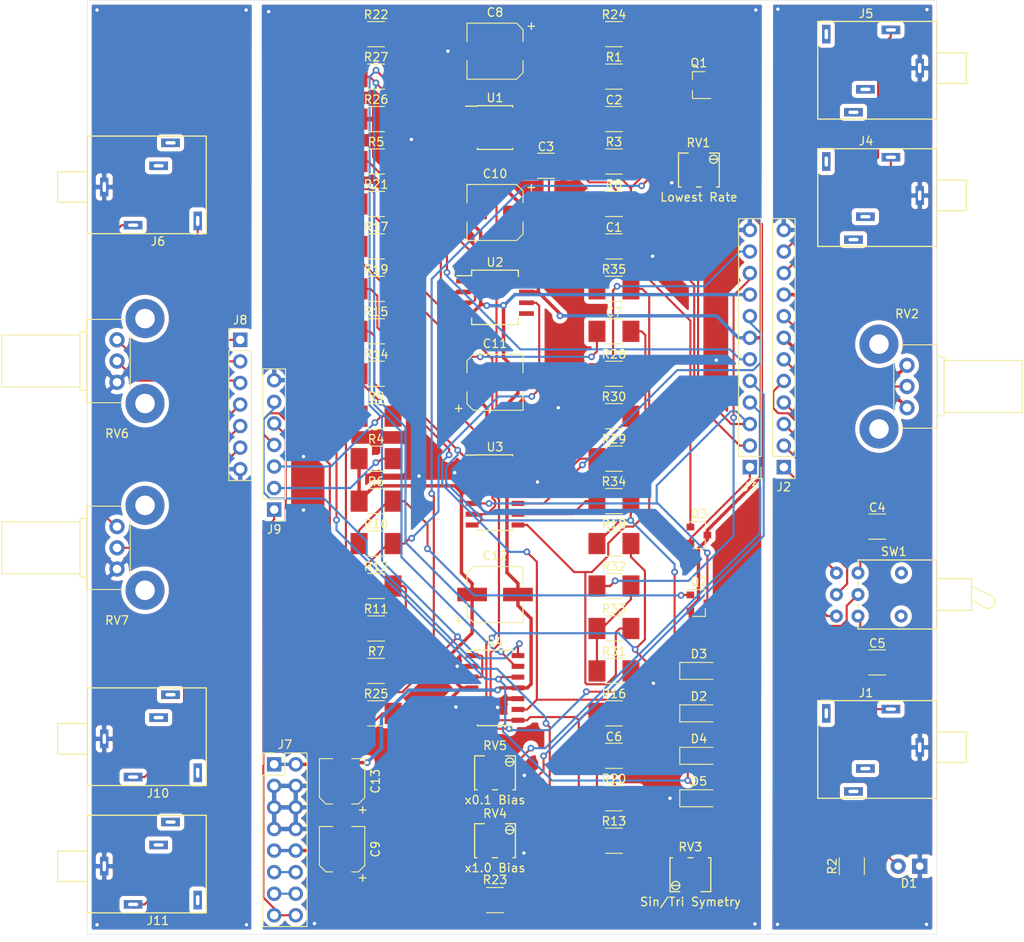
<source format=kicad_pcb>
(kicad_pcb (version 20171130) (host pcbnew "(5.1.5)-3")
  (layers (0 F.Cu signal) (31 B.Cu signal) (34 B.Paste user) (35 F.Paste user) (36 B.SilkS user) (37 F.SilkS user) (38 B.Mask user) (39 F.Mask user) (44 Edge.Cuts user))
  (net 0 "")
  (net 1 Range_1)
  (net 2 GND)
  (net 3 "Net-(C2-Pad2)")
  (net 4 FM)
  (net 5 "Net-(C3-Pad1)")
  (net 6 "Net-(C4-Pad1)")
  (net 7 R_GND)
  (net 8 "Net-(C5-Pad1)")
  (net 9 Tri_Sin)
  (net 10 "Net-(C6-Pad1)")
  (net 11 Wave)
  (net 12 "Net-(C7-Pad1)")
  (net 13 12V+)
  (net 14 12V-)
  (net 15 "Net-(D1-Pad2)")
  (net 16 "Net-(D2-Pad2)")
  (net 17 "Net-(D2-Pad1)")
  (net 18 "Net-(D4-Pad1)")
  (net 19 /R_FM)
  (net 20 "Net-(J1-Pad2)")
  (net 21 /R_Saw_Out)
  (net 22 /R_Rect_Out)
  (net 23 /R_12V-)
  (net 24 /R_PW)
  (net 25 /R_12V+)
  (net 26 /R_Range_4)
  (net 27 /R_Range_3)
  (net 28 /R_Range_2)
  (net 29 /R_Range_1)
  (net 30 /R_LED)
  (net 31 LED)
  (net 32 Range_2)
  (net 33 Range_3)
  (net 34 Range_4)
  (net 35 PW)
  (net 36 Rect_Out)
  (net 37 Saw_Out)
  (net 38 "Net-(J4-Pad2)")
  (net 39 "Net-(J5-Pad2)")
  (net 40 /L_CV_In)
  (net 41 /L_CV)
  (net 42 L_GND)
  (net 43 CV_In)
  (net 44 "Net-(J7-Pad13)")
  (net 45 "Net-(J7-Pad11)")
  (net 46 /L_Tri_Out)
  (net 47 /L_Sine_Out)
  (net 48 /L_Mod)
  (net 49 /L_Rate_2)
  (net 50 /L_Rate_1)
  (net 51 Rate_1)
  (net 52 Rate_2)
  (net 53 Mod)
  (net 54 Sine_Out)
  (net 55 Tri_Out)
  (net 56 "Net-(J10-Pad2)")
  (net 57 "Net-(J11-Pad2)")
  (net 58 "Net-(R1-Pad1)")
  (net 59 "Net-(R5-Pad1)")
  (net 60 "Net-(R7-Pad2)")
  (net 61 "Net-(R11-Pad1)")
  (net 62 "Net-(R10-Pad2)")
  (net 63 "Net-(R17-Pad2)")
  (net 64 "Net-(R20-Pad2)")
  (net 65 "Net-(R23-Pad1)")
  (net 66 "Net-(R25-Pad1)")
  (net 67 "Net-(R26-Pad2)")
  (net 68 "Net-(R28-Pad2)")
  (net 69 "Net-(R29-Pad1)")
  (net 70 "Net-(R31-Pad1)")
  (net 71 "Net-(R33-Pad2)")
  (net 72 "Net-(R34-Pad1)")
  (net 73 "Net-(U1-Pad3)")
  (net 74 "Net-(U2-Pad8)")
  (net 75 "Net-(U2-Pad5)")
  (net 76 "Net-(U2-Pad1)")
  (net 77 "Net-(U4-Pad1)")
  (net 78 "Net-(Q1-Pad1)")
  (net 79 "Net-(Q2-Pad1)")
  (net 80 "Net-(Q3-Pad1)")
  (module Custom_Library:PVG5A (layer F.Cu) (at 48 91)
    (fp_text reference RV5 (at 0 -3.2) (layer F.SilkS))
    (fp_text value 10K)
    (pad 3 smd rect (at 1.25 1.45) (size 1.3 1.6) (layers F.Cu F.Paste F.Mask) (net 2 GND))
    (pad 2 smd rect (at 0 -1.45) (size 2 1.6) (layers F.Cu F.Paste F.Mask) (net 32 Range_2))
    (pad 1 smd rect (at -1.25 1.45) (size 1.3 1.6) (layers F.Cu F.Paste F.Mask) (net 65 "Net-(R23-Pad1)"))
  )
  (module Custom_Library:PVG5A (layer F.Cu) (at 48 99)
    (fp_text reference RV4 (at 0 -3.2) (layer F.SilkS))
    (fp_text value 10K)
    (pad 3 smd rect (at 1.25 1.45) (size 1.3 1.6) (layers F.Cu F.Paste F.Mask) (net 2 GND))
    (pad 2 smd rect (at 0 -1.45) (size 2 1.6) (layers F.Cu F.Paste F.Mask) (net 33 Range_3))
    (pad 1 smd rect (at -1.25 1.45) (size 1.3 1.6) (layers F.Cu F.Paste F.Mask) (net 65 "Net-(R23-Pad1)"))
  )
  (module Custom_Library:PVG5A (layer F.Cu) (at 71 103 180)
    (fp_text reference RV3 (at 0 3.2512) (layer F.SilkS))
    (fp_text value 50K)
    (pad 3 smd rect (at 1.25 1.45 180) (size 1.3 1.6) (layers F.Cu F.Paste F.Mask) (net 2 GND))
    (pad 2 smd rect (at 0 -1.45 180) (size 2 1.6) (layers F.Cu F.Paste F.Mask) (net 64 "Net-(R20-Pad2)"))
    (pad 1 smd rect (at -1.25 1.45 180) (size 1.3 1.6) (layers F.Cu F.Paste F.Mask) (net 13 12V+))
  )
  (module Custom_Library:PVG5A (layer F.Cu) (at 72 20)
    (fp_text reference RV1 (at -0.05 -3.2) (layer F.SilkS))
    (fp_text value 50K)
    (pad 3 smd rect (at 1.25 1.45) (size 1.3 1.6) (layers F.Cu F.Paste F.Mask) (net 13 12V+))
    (pad 2 smd rect (at 0 -1.45) (size 2 1.6) (layers F.Cu F.Paste F.Mask) (net 60 "Net-(R7-Pad2)"))
    (pad 1 smd rect (at -1.25 1.45) (size 1.3 1.6) (layers F.Cu F.Paste F.Mask) (net 2 GND))
  )
  (module Potentiometers:Potentiometer_Bourns_PTV09A-2_Vertical (layer F.Cu) (at 96.5 48)
    (fp_text reference RV2 (at 0 -11.05) (layer F.SilkS))
    (fp_text value "10K Lin")
    (pad 0 thru_hole circle (at -3.3 2.5) (size 4.6 4.6) (drill 2.3) (layers *.Cu *.Mask))
    (pad 0 thru_hole circle (at -3.3 -7.5) (size 4.6 4.6) (drill 2.3) (layers *.Cu *.Mask))
    (pad 1 thru_hole circle (at 0 0) (size 1.8 1.8) (drill 1) (layers *.Cu *.Mask) (net 25 /R_12V+))
    (pad 2 thru_hole circle (at 0 -2.5) (size 1.8 1.8) (drill 1) (layers *.Cu *.Mask) (net 24 /R_PW))
    (pad 3 thru_hole circle (at 0 -5) (size 1.8 1.8) (drill 1) (layers *.Cu *.Mask) (net 23 /R_12V-))
  )
  (module Custom_Library:Mono_Jack_3.5mm_Switch_Switchcraft_35RAPC2AH3 (layer F.Cu) (at 100 8 180)
    (fp_text reference J5 (at 8.3185 6.4135) (layer F.SilkS))
    (fp_text value AudioJack1_Switch)
    (pad ~ thru_hole rect (at 9.8 -5.2 180) (size 2.2 1) (drill oval 1.2 0.4) (layers *.Cu *.Mask))
    (pad ~ thru_hole rect (at 8.4 -2.5 180) (size 2.2 1) (drill oval 1.2 0.4) (layers *.Cu *.Mask))
    (pad 2 thru_hole rect (at 13 4 180) (size 1 2.2) (drill oval 0.4 1.2) (layers *.Cu *.Mask) (net 39 "Net-(J5-Pad2)"))
    (pad 3 thru_hole rect (at 5.4 4.5 180) (size 2.2 1) (drill oval 1.2 0.4) (layers *.Cu *.Mask) (net 21 /R_Saw_Out))
    (pad 1 thru_hole rect (at 2 0 180) (size 1 2.2) (drill oval 0.4 1.2) (layers *.Cu *.Mask) (net 7 R_GND))
  )
  (module Custom_Library:Mono_Jack_3.5mm_Switch_Switchcraft_35RAPC2AH3 (layer F.Cu) (at 100 23 180)
    (fp_text reference J4 (at 8.3185 6.4135) (layer F.SilkS))
    (fp_text value AudioJack1_Switch)
    (pad 1 thru_hole rect (at 2 0 180) (size 1 2.2) (drill oval 0.4 1.2) (layers *.Cu *.Mask) (net 7 R_GND))
    (pad 3 thru_hole rect (at 5.4 4.5 180) (size 2.2 1) (drill oval 1.2 0.4) (layers *.Cu *.Mask) (net 22 /R_Rect_Out))
    (pad 2 thru_hole rect (at 13 4 180) (size 1 2.2) (drill oval 0.4 1.2) (layers *.Cu *.Mask) (net 38 "Net-(J4-Pad2)"))
    (pad ~ thru_hole rect (at 8.4 -2.5 180) (size 2.2 1) (drill oval 1.2 0.4) (layers *.Cu *.Mask))
    (pad ~ thru_hole rect (at 9.8 -5.2 180) (size 2.2 1) (drill oval 1.2 0.4) (layers *.Cu *.Mask))
  )
  (module Pin_Headers:Pin_Header_Straight_1x12_Pitch2.54mm (layer F.Cu) (at 82 55 180)
    (fp_text reference J2 (at 0 -2.33) (layer F.SilkS))
    (fp_text value Conn_01x12)
    (pad 12 thru_hole oval (at 0 27.94 180) (size 1.7 1.7) (drill 1) (layers *.Cu *.Mask) (net 7 R_GND))
    (pad 11 thru_hole oval (at 0 25.4 180) (size 1.7 1.7) (drill 1) (layers *.Cu *.Mask) (net 21 /R_Saw_Out))
    (pad 10 thru_hole oval (at 0 22.86 180) (size 1.7 1.7) (drill 1) (layers *.Cu *.Mask) (net 22 /R_Rect_Out))
    (pad 9 thru_hole oval (at 0 20.32 180) (size 1.7 1.7) (drill 1) (layers *.Cu *.Mask) (net 23 /R_12V-))
    (pad 8 thru_hole oval (at 0 17.78 180) (size 1.7 1.7) (drill 1) (layers *.Cu *.Mask) (net 24 /R_PW))
    (pad 7 thru_hole oval (at 0 15.24 180) (size 1.7 1.7) (drill 1) (layers *.Cu *.Mask) (net 25 /R_12V+))
    (pad 6 thru_hole oval (at 0 12.7 180) (size 1.7 1.7) (drill 1) (layers *.Cu *.Mask) (net 26 /R_Range_4))
    (pad 5 thru_hole oval (at 0 10.16 180) (size 1.7 1.7) (drill 1) (layers *.Cu *.Mask) (net 27 /R_Range_3))
    (pad 4 thru_hole oval (at 0 7.62 180) (size 1.7 1.7) (drill 1) (layers *.Cu *.Mask) (net 28 /R_Range_2))
    (pad 3 thru_hole oval (at 0 5.08 180) (size 1.7 1.7) (drill 1) (layers *.Cu *.Mask) (net 29 /R_Range_1))
    (pad 2 thru_hole oval (at 0 2.54 180) (size 1.7 1.7) (drill 1) (layers *.Cu *.Mask) (net 19 /R_FM))
    (pad 1 thru_hole rect (at 0 0 180) (size 1.7 1.7) (drill 1) (layers *.Cu *.Mask) (net 30 /R_LED))
  )
  (module Capacitors_SMD:C_1210_HandSoldering (layer F.Cu) (at 93 78)
    (fp_text reference C5 (at 0 -2.25) (layer F.SilkS))
    (fp_text value 1uF)
    (pad 2 smd rect (at 2 0) (size 2 2.5) (layers F.Cu F.Paste F.Mask) (net 7 R_GND))
    (pad 1 smd rect (at -2 0) (size 2 2.5) (layers F.Cu F.Paste F.Mask) (net 8 "Net-(C5-Pad1)"))
  )
  (module Custom_Library:200AWMDP1T2A1M6QE (layer F.Cu) (at 100 70 180)
    (fp_text reference SW1 (at 5.05 5.05) (layer F.SilkS))
    (fp_text value SW_DPDT_x2)
    (pad 1 thru_hole circle (at 9.27 2.54 180) (size 1.524 1.524) (drill 0.762) (layers *.Cu *.Mask) (net 6 "Net-(C4-Pad1)"))
    (pad 2 thru_hole circle (at 9.27 0 180) (size 1.524 1.524) (drill 0.762) (layers *.Cu *.Mask) (net 29 /R_Range_1))
    (pad 3 thru_hole circle (at 9.27 -2.54 180) (size 1.524 1.524) (drill 0.762) (layers *.Cu *.Mask) (net 8 "Net-(C5-Pad1)"))
    (pad 4 thru_hole circle (at 11.81 2.54 180) (size 1.524 1.524) (drill 0.762) (layers *.Cu *.Mask) (net 28 /R_Range_2))
    (pad 5 thru_hole circle (at 11.81 0 180) (size 1.524 1.524) (drill 0.762) (layers *.Cu *.Mask) (net 26 /R_Range_4))
    (pad 6 thru_hole circle (at 11.81 -2.54 180) (size 1.524 1.524) (drill 0.762) (layers *.Cu *.Mask) (net 27 /R_Range_3))
    (pad "" thru_hole circle (at 4.19 -2.54 180) (size 1.524 1.524) (drill 0.762) (layers *.Cu *.Mask))
    (pad "" thru_hole circle (at 4.16 2.54 180) (size 1.524 1.524) (drill 0.762) (layers *.Cu *.Mask))
  )
  (module Custom_Library:Mono_Jack_3.5mm_Switch_Switchcraft_35RAPC2AH3 (layer F.Cu) (at 100 88 180)
    (fp_text reference J1 (at 8.3185 6.4135) (layer F.SilkS))
    (fp_text value AudioJack1_Switch)
    (pad 1 thru_hole rect (at 2 0 180) (size 1 2.2) (drill oval 0.4 1.2) (layers *.Cu *.Mask) (net 7 R_GND))
    (pad 3 thru_hole rect (at 5.4 4.5 180) (size 2.2 1) (drill oval 1.2 0.4) (layers *.Cu *.Mask) (net 19 /R_FM))
    (pad 2 thru_hole rect (at 13 4 180) (size 1 2.2) (drill oval 0.4 1.2) (layers *.Cu *.Mask) (net 20 "Net-(J1-Pad2)"))
    (pad ~ thru_hole rect (at 8.4 -2.5 180) (size 2.2 1) (drill oval 1.2 0.4) (layers *.Cu *.Mask))
    (pad ~ thru_hole rect (at 9.8 -5.2 180) (size 2.2 1) (drill oval 1.2 0.4) (layers *.Cu *.Mask))
  )
  (module LEDs:LED_Rectangular_W3.9mm_H1.9mm (layer F.Cu) (at 98 102 180)
    (fp_text reference D1 (at 1.27 -2.01) (layer F.SilkS))
    (fp_text value LED)
    (pad 2 thru_hole circle (at 2.54 0 180) (size 1.8 1.8) (drill 0.9) (layers *.Cu *.Mask) (net 15 "Net-(D1-Pad2)"))
    (pad 1 thru_hole rect (at 0 0 180) (size 1.8 1.8) (drill 0.9) (layers *.Cu *.Mask) (net 7 R_GND))
  )
  (module Capacitors_SMD:C_1210_HandSoldering (layer F.Cu) (at 93 62)
    (fp_text reference C4 (at 0 -2.25) (layer F.SilkS))
    (fp_text value 10uF)
    (pad 1 smd rect (at -2 0) (size 2 2.5) (layers F.Cu F.Paste F.Mask) (net 6 "Net-(C4-Pad1)"))
    (pad 2 smd rect (at 2 0) (size 2 2.5) (layers F.Cu F.Paste F.Mask) (net 7 R_GND))
  )
  (module Resistors_SMD:R_1210_HandSoldering (layer F.Cu) (at 90 102 90)
    (fp_text reference R2 (at 0 -2.3 90) (layer F.SilkS))
    (fp_text value 1K)
    (pad 2 smd rect (at 2 0 90) (size 2 2.5) (layers F.Cu F.Paste F.Mask) (net 15 "Net-(D1-Pad2)"))
    (pad 1 smd rect (at -2 0 90) (size 2 2.5) (layers F.Cu F.Paste F.Mask) (net 30 /R_LED))
  )
  (module Potentiometers:Potentiometer_Bourns_PTV09A-2_Vertical (layer F.Cu) (at 3.5 40 180)
    (fp_text reference RV6 (at 0 -11.05) (layer F.SilkS))
    (fp_text value "10K Lin")
    (pad 3 thru_hole circle (at 0 -5 180) (size 1.8 1.8) (drill 1) (layers *.Cu *.Mask) (net 42 L_GND))
    (pad 2 thru_hole circle (at 0 -2.5 180) (size 1.8 1.8) (drill 1) (layers *.Cu *.Mask) (net 49 /L_Rate_2))
    (pad 1 thru_hole circle (at 0 0 180) (size 1.8 1.8) (drill 1) (layers *.Cu *.Mask) (net 50 /L_Rate_1))
    (pad 0 thru_hole circle (at -3.3 -7.5 180) (size 4.6 4.6) (drill 2.3) (layers *.Cu *.Mask))
    (pad 0 thru_hole circle (at -3.3 2.5 180) (size 4.6 4.6) (drill 2.3) (layers *.Cu *.Mask))
  )
  (module Potentiometers:Potentiometer_Bourns_PTV09A-2_Vertical (layer F.Cu) (at 3.5 62 180)
    (fp_text reference RV7 (at 0 -11.05) (layer F.SilkS))
    (fp_text value "50K Lin")
    (pad 0 thru_hole circle (at -3.3 2.5 180) (size 4.6 4.6) (drill 2.3) (layers *.Cu *.Mask))
    (pad 0 thru_hole circle (at -3.3 -7.5 180) (size 4.6 4.6) (drill 2.3) (layers *.Cu *.Mask))
    (pad 1 thru_hole circle (at 0 0 180) (size 1.8 1.8) (drill 1) (layers *.Cu *.Mask) (net 41 /L_CV))
    (pad 2 thru_hole circle (at 0 -2.5 180) (size 1.8 1.8) (drill 1) (layers *.Cu *.Mask) (net 48 /L_Mod))
    (pad 3 thru_hole circle (at 0 -5 180) (size 1.8 1.8) (drill 1) (layers *.Cu *.Mask) (net 42 L_GND))
  )
  (module Custom_Library:Mono_Jack_3.5mm_Switch_Switchcraft_35RAPC2AH3 (layer F.Cu) (at 0 87)
    (fp_text reference J10 (at 8.3185 6.4135) (layer F.SilkS))
    (fp_text value AudioJack1_Switch)
    (pad 1 thru_hole rect (at 2 0) (size 1 2.2) (drill oval 0.4 1.2) (layers *.Cu *.Mask) (net 42 L_GND))
    (pad 3 thru_hole rect (at 5.4 4.5) (size 2.2 1) (drill oval 1.2 0.4) (layers *.Cu *.Mask) (net 47 /L_Sine_Out))
    (pad 2 thru_hole rect (at 13 4) (size 1 2.2) (drill oval 0.4 1.2) (layers *.Cu *.Mask) (net 56 "Net-(J10-Pad2)"))
    (pad ~ thru_hole rect (at 8.4 -2.5) (size 2.2 1) (drill oval 1.2 0.4) (layers *.Cu *.Mask))
    (pad ~ thru_hole rect (at 9.8 -5.2) (size 2.2 1) (drill oval 1.2 0.4) (layers *.Cu *.Mask))
  )
  (module Custom_Library:Mono_Jack_3.5mm_Switch_Switchcraft_35RAPC2AH3 (layer F.Cu) (at 0 22)
    (fp_text reference J6 (at 8.3185 6.4135) (layer F.SilkS))
    (fp_text value AudioJack1_Switch)
    (pad ~ thru_hole rect (at 9.8 -5.2) (size 2.2 1) (drill oval 1.2 0.4) (layers *.Cu *.Mask))
    (pad ~ thru_hole rect (at 8.4 -2.5) (size 2.2 1) (drill oval 1.2 0.4) (layers *.Cu *.Mask))
    (pad 2 thru_hole rect (at 13 4) (size 1 2.2) (drill oval 0.4 1.2) (layers *.Cu *.Mask) (net 40 /L_CV_In))
    (pad 3 thru_hole rect (at 5.4 4.5) (size 2.2 1) (drill oval 1.2 0.4) (layers *.Cu *.Mask) (net 41 /L_CV))
    (pad 1 thru_hole rect (at 2 0) (size 1 2.2) (drill oval 0.4 1.2) (layers *.Cu *.Mask) (net 42 L_GND))
  )
  (module Pin_Headers:Pin_Header_Straight_1x07_Pitch2.54mm (layer F.Cu) (at 18 40)
    (fp_text reference J8 (at 0 -2.33) (layer F.SilkS))
    (fp_text value Conn_01x07)
    (pad 7 thru_hole oval (at 0 15.24) (size 1.7 1.7) (drill 1) (layers *.Cu *.Mask) (net 42 L_GND))
    (pad 6 thru_hole oval (at 0 12.7) (size 1.7 1.7) (drill 1) (layers *.Cu *.Mask) (net 46 /L_Tri_Out))
    (pad 5 thru_hole oval (at 0 10.16) (size 1.7 1.7) (drill 1) (layers *.Cu *.Mask) (net 47 /L_Sine_Out))
    (pad 4 thru_hole oval (at 0 7.62) (size 1.7 1.7) (drill 1) (layers *.Cu *.Mask) (net 48 /L_Mod))
    (pad 3 thru_hole oval (at 0 5.08) (size 1.7 1.7) (drill 1) (layers *.Cu *.Mask) (net 49 /L_Rate_2))
    (pad 2 thru_hole oval (at 0 2.54) (size 1.7 1.7) (drill 1) (layers *.Cu *.Mask) (net 50 /L_Rate_1))
    (pad 1 thru_hole rect (at 0 0) (size 1.7 1.7) (drill 1) (layers *.Cu *.Mask) (net 40 /L_CV_In))
  )
  (module Custom_Library:Mono_Jack_3.5mm_Switch_Switchcraft_35RAPC2AH3 (layer F.Cu) (at 0 102)
    (fp_text reference J11 (at 8.3185 6.4135) (layer F.SilkS))
    (fp_text value AudioJack1_Switch)
    (pad ~ thru_hole rect (at 9.8 -5.2) (size 2.2 1) (drill oval 1.2 0.4) (layers *.Cu *.Mask))
    (pad ~ thru_hole rect (at 8.4 -2.5) (size 2.2 1) (drill oval 1.2 0.4) (layers *.Cu *.Mask))
    (pad 2 thru_hole rect (at 13 4) (size 1 2.2) (drill oval 0.4 1.2) (layers *.Cu *.Mask) (net 57 "Net-(J11-Pad2)"))
    (pad 3 thru_hole rect (at 5.4 4.5) (size 2.2 1) (drill oval 1.2 0.4) (layers *.Cu *.Mask) (net 46 /L_Tri_Out))
    (pad 1 thru_hole rect (at 2 0) (size 1 2.2) (drill oval 0.4 1.2) (layers *.Cu *.Mask) (net 42 L_GND))
  )
  (module TO_SOT_Packages_SMD:SOT-23 (layer F.Cu) (at 72 63)
    (fp_text reference Q3 (at 0 -2.5) (layer F.SilkS))
    (fp_text value MMBT3904)
    (pad 1 smd rect (at -1 -0.95) (size 0.9 0.8) (layers F.Cu F.Paste F.Mask) (net 80 "Net-(Q3-Pad1)"))
    (pad 2 smd rect (at -1 0.95) (size 0.9 0.8) (layers F.Cu F.Paste F.Mask) (net 31 LED))
    (pad 3 smd rect (at 1 0) (size 0.9 0.8) (layers F.Cu F.Paste F.Mask) (net 13 12V+))
  )
  (module Capacitors_SMD:CP_Elec_6.3x5.8 (layer F.Cu) (at 48 45)
    (fp_text reference C11 (at 0 -4.55) (layer F.SilkS))
    (fp_text value 100uF)
    (fp_text user + (at -4.28 3.01) (layer F.SilkS))
    (pad 1 smd rect (at -2.7 0 180) (size 3.5 1.6) (layers F.Cu F.Paste F.Mask) (net 13 12V+))
    (pad 2 smd rect (at 2.7 0 180) (size 3.5 1.6) (layers F.Cu F.Paste F.Mask) (net 14 12V-))
  )
  (module Pin_Headers:Pin_Header_Straight_1x07_Pitch2.54mm (layer F.Cu) (at 22 60 180)
    (fp_text reference J9 (at 0 -2.33) (layer F.SilkS))
    (fp_text value Conn_01x07)
    (pad 1 thru_hole rect (at 0 0 180) (size 1.7 1.7) (drill 1) (layers *.Cu *.Mask) (net 43 CV_In))
    (pad 2 thru_hole oval (at 0 2.54 180) (size 1.7 1.7) (drill 1) (layers *.Cu *.Mask) (net 51 Rate_1))
    (pad 3 thru_hole oval (at 0 5.08 180) (size 1.7 1.7) (drill 1) (layers *.Cu *.Mask) (net 52 Rate_2))
    (pad 4 thru_hole oval (at 0 7.62 180) (size 1.7 1.7) (drill 1) (layers *.Cu *.Mask) (net 53 Mod))
    (pad 5 thru_hole oval (at 0 10.16 180) (size 1.7 1.7) (drill 1) (layers *.Cu *.Mask) (net 54 Sine_Out))
    (pad 6 thru_hole oval (at 0 12.7 180) (size 1.7 1.7) (drill 1) (layers *.Cu *.Mask) (net 55 Tri_Out))
    (pad 7 thru_hole oval (at 0 15.24 180) (size 1.7 1.7) (drill 1) (layers *.Cu *.Mask) (net 2 GND))
  )
  (module Pin_Headers:Pin_Header_Straight_2x08_Pitch2.54mm (layer F.Cu) (at 22 90)
    (fp_text reference J7 (at 1.27 -2.33) (layer F.SilkS))
    (fp_text value Conn_02x08_Odd_Even)
    (pad 16 thru_hole oval (at 2.54 17.78) (size 1.7 1.7) (drill 1) (layers *.Cu *.Mask) (net 43 CV_In))
    (pad 15 thru_hole oval (at 0 17.78) (size 1.7 1.7) (drill 1) (layers *.Cu *.Mask) (net 43 CV_In))
    (pad 14 thru_hole oval (at 2.54 15.24) (size 1.7 1.7) (drill 1) (layers *.Cu *.Mask) (net 44 "Net-(J7-Pad13)"))
    (pad 13 thru_hole oval (at 0 15.24) (size 1.7 1.7) (drill 1) (layers *.Cu *.Mask) (net 44 "Net-(J7-Pad13)"))
    (pad 12 thru_hole oval (at 2.54 12.7) (size 1.7 1.7) (drill 1) (layers *.Cu *.Mask) (net 45 "Net-(J7-Pad11)"))
    (pad 11 thru_hole oval (at 0 12.7) (size 1.7 1.7) (drill 1) (layers *.Cu *.Mask) (net 45 "Net-(J7-Pad11)"))
    (pad 10 thru_hole oval (at 2.54 10.16) (size 1.7 1.7) (drill 1) (layers *.Cu *.Mask) (net 13 12V+))
    (pad 9 thru_hole oval (at 0 10.16) (size 1.7 1.7) (drill 1) (layers *.Cu *.Mask) (net 13 12V+))
    (pad 8 thru_hole oval (at 2.54 7.62) (size 1.7 1.7) (drill 1) (layers *.Cu *.Mask) (net 2 GND))
    (pad 7 thru_hole oval (at 0 7.62) (size 1.7 1.7) (drill 1) (layers *.Cu *.Mask) (net 2 GND))
    (pad 6 thru_hole oval (at 2.54 5.08) (size 1.7 1.7) (drill 1) (layers *.Cu *.Mask) (net 2 GND))
    (pad 5 thru_hole oval (at 0 5.08) (size 1.7 1.7) (drill 1) (layers *.Cu *.Mask) (net 2 GND))
    (pad 4 thru_hole oval (at 2.54 2.54) (size 1.7 1.7) (drill 1) (layers *.Cu *.Mask) (net 2 GND))
    (pad 3 thru_hole oval (at 0 2.54) (size 1.7 1.7) (drill 1) (layers *.Cu *.Mask) (net 2 GND))
    (pad 2 thru_hole oval (at 2.54 0) (size 1.7 1.7) (drill 1) (layers *.Cu *.Mask) (net 14 12V-))
    (pad 1 thru_hole rect (at 0 0) (size 1.7 1.7) (drill 1) (layers *.Cu *.Mask) (net 14 12V-))
  )
  (module Pin_Headers:Pin_Header_Straight_1x12_Pitch2.54mm (layer F.Cu) (at 78 55 180)
    (fp_text reference J3 (at 0 -2.33) (layer F.SilkS))
    (fp_text value Conn_01x12)
    (pad 1 thru_hole rect (at 0 0 180) (size 1.7 1.7) (drill 1) (layers *.Cu *.Mask) (net 31 LED))
    (pad 2 thru_hole oval (at 0 2.54 180) (size 1.7 1.7) (drill 1) (layers *.Cu *.Mask) (net 4 FM))
    (pad 3 thru_hole oval (at 0 5.08 180) (size 1.7 1.7) (drill 1) (layers *.Cu *.Mask) (net 1 Range_1))
    (pad 4 thru_hole oval (at 0 7.62 180) (size 1.7 1.7) (drill 1) (layers *.Cu *.Mask) (net 32 Range_2))
    (pad 5 thru_hole oval (at 0 10.16 180) (size 1.7 1.7) (drill 1) (layers *.Cu *.Mask) (net 33 Range_3))
    (pad 6 thru_hole oval (at 0 12.7 180) (size 1.7 1.7) (drill 1) (layers *.Cu *.Mask) (net 34 Range_4))
    (pad 7 thru_hole oval (at 0 15.24 180) (size 1.7 1.7) (drill 1) (layers *.Cu *.Mask) (net 13 12V+))
    (pad 8 thru_hole oval (at 0 17.78 180) (size 1.7 1.7) (drill 1) (layers *.Cu *.Mask) (net 35 PW))
    (pad 9 thru_hole oval (at 0 20.32 180) (size 1.7 1.7) (drill 1) (layers *.Cu *.Mask) (net 14 12V-))
    (pad 10 thru_hole oval (at 0 22.86 180) (size 1.7 1.7) (drill 1) (layers *.Cu *.Mask) (net 36 Rect_Out))
    (pad 11 thru_hole oval (at 0 25.4 180) (size 1.7 1.7) (drill 1) (layers *.Cu *.Mask) (net 37 Saw_Out))
    (pad 12 thru_hole oval (at 0 27.94 180) (size 1.7 1.7) (drill 1) (layers *.Cu *.Mask) (net 2 GND))
  )
  (module Capacitors_SMD:C_1210_HandSoldering (layer F.Cu) (at 62 29)
    (fp_text reference C1 (at 0 -2.25) (layer F.SilkS))
    (fp_text value 47nF)
    (pad 1 smd rect (at -2 0) (size 2 2.5) (layers F.Cu F.Paste F.Mask) (net 1 Range_1))
    (pad 2 smd rect (at 2 0) (size 2 2.5) (layers F.Cu F.Paste F.Mask) (net 2 GND))
  )
  (module Capacitors_SMD:C_1210_HandSoldering (layer F.Cu) (at 62 14)
    (fp_text reference C2 (at 0 -2.25) (layer F.SilkS))
    (fp_text value 10nF)
    (pad 2 smd rect (at 2 0) (size 2 2.5) (layers F.Cu F.Paste F.Mask) (net 3 "Net-(C2-Pad2)"))
    (pad 1 smd rect (at -2 0) (size 2 2.5) (layers F.Cu F.Paste F.Mask) (net 4 FM))
  )
  (module Capacitors_SMD:C_1210_HandSoldering (layer F.Cu) (at 62 89)
    (fp_text reference C6 (at 0 -2.25) (layer F.SilkS))
    (fp_text value 1nF)
    (pad 2 smd rect (at 2 0) (size 2 2.5) (layers F.Cu F.Paste F.Mask) (net 9 Tri_Sin))
    (pad 1 smd rect (at -2 0) (size 2 2.5) (layers F.Cu F.Paste F.Mask) (net 10 "Net-(C6-Pad1)"))
  )
  (module Capacitors_SMD:C_1210_HandSoldering (layer F.Cu) (at 62 39)
    (fp_text reference C7 (at 0 -2.25) (layer F.SilkS))
    (fp_text value 120pF)
    (pad 1 smd rect (at -2 0) (size 2 2.5) (layers F.Cu F.Paste F.Mask) (net 12 "Net-(C7-Pad1)"))
    (pad 2 smd rect (at 2 0) (size 2 2.5) (layers F.Cu F.Paste F.Mask) (net 11 Wave))
  )
  (module Capacitors_SMD:CP_Elec_6.3x5.8 (layer F.Cu) (at 48 6 180)
    (fp_text reference C8 (at 0 4.56) (layer F.SilkS))
    (fp_text value 100uF)
    (fp_text user + (at -4.28 3.01) (layer F.SilkS))
    (pad 1 smd rect (at -2.7 0) (size 3.5 1.6) (layers F.Cu F.Paste F.Mask) (net 13 12V+))
    (pad 2 smd rect (at 2.7 0) (size 3.5 1.6) (layers F.Cu F.Paste F.Mask) (net 2 GND))
  )
  (module Capacitors_SMD:CP_Elec_5x5.8 (layer F.Cu) (at 30 100 90)
    (fp_text reference C9 (at 0 3.92 90) (layer F.SilkS))
    (fp_text value 22uF)
    (fp_text user + (at -3.38 2.35 90) (layer F.SilkS))
    (pad 1 smd rect (at -2.2 0 270) (size 3 1.6) (layers F.Cu F.Paste F.Mask) (net 13 12V+))
    (pad 2 smd rect (at 2.2 0 270) (size 3 1.6) (layers F.Cu F.Paste F.Mask) (net 2 GND))
  )
  (module Capacitors_SMD:CP_Elec_6.3x5.8 (layer F.Cu) (at 48 25 180)
    (fp_text reference C10 (at 0 4.56) (layer F.SilkS))
    (fp_text value 100uF)
    (fp_text user + (at -4.28 3.01) (layer F.SilkS))
    (pad 2 smd rect (at 2.7 0) (size 3.5 1.6) (layers F.Cu F.Paste F.Mask) (net 14 12V-))
    (pad 1 smd rect (at -2.7 0) (size 3.5 1.6) (layers F.Cu F.Paste F.Mask) (net 13 12V+))
  )
  (module Capacitors_SMD:CP_Elec_6.3x5.8 (layer F.Cu) (at 48 70)
    (fp_text reference C12 (at 0 -4.55) (layer F.SilkS))
    (fp_text value 100uF)
    (fp_text user + (at -4.28 3.01) (layer F.SilkS))
    (pad 2 smd rect (at 2.7 0 180) (size 3.5 1.6) (layers F.Cu F.Paste F.Mask) (net 14 12V-))
    (pad 1 smd rect (at -2.7 0 180) (size 3.5 1.6) (layers F.Cu F.Paste F.Mask) (net 13 12V+))
  )
  (module Capacitors_SMD:CP_Elec_5x5.8 (layer F.Cu) (at 30 92 90)
    (fp_text reference C13 (at 0 3.92 90) (layer F.SilkS))
    (fp_text value 22uF)
    (fp_text user + (at -3.38 2.35 90) (layer F.SilkS))
    (pad 2 smd rect (at 2.2 0 270) (size 3 1.6) (layers F.Cu F.Paste F.Mask) (net 14 12V-))
    (pad 1 smd rect (at -2.2 0 270) (size 3 1.6) (layers F.Cu F.Paste F.Mask) (net 2 GND))
  )
  (module TO_SOT_Packages_SMD:SOT-23 (layer F.Cu) (at 72 10 180)
    (fp_text reference Q1 (at 0 2.6) (layer F.SilkS))
    (fp_text value BS170F)
    (pad 3 smd rect (at 1 0 180) (size 0.9 0.8) (layers F.Cu F.Paste F.Mask) (net 1 Range_1))
    (pad 2 smd rect (at -1 0.95 180) (size 0.9 0.8) (layers F.Cu F.Paste F.Mask) (net 2 GND))
    (pad 1 smd rect (at -1 -0.95 180) (size 0.9 0.8) (layers F.Cu F.Paste F.Mask) (net 78 "Net-(Q1-Pad1)"))
  )
  (module TO_SOT_Packages_SMD:SOT-23 (layer F.Cu) (at 72 71)
    (fp_text reference Q2 (at 0 -2.5) (layer F.SilkS))
    (fp_text value MMBT3906)
    (pad 3 smd rect (at 1 0) (size 0.9 0.8) (layers F.Cu F.Paste F.Mask) (net 1 Range_1))
    (pad 2 smd rect (at -1 0.95) (size 0.9 0.8) (layers F.Cu F.Paste F.Mask) (net 13 12V+))
    (pad 1 smd rect (at -1 -0.95) (size 0.9 0.8) (layers F.Cu F.Paste F.Mask) (net 79 "Net-(Q2-Pad1)"))
  )
  (module Resistors_SMD:R_1210_HandSoldering (layer F.Cu) (at 62 9)
    (fp_text reference R1 (at 0 -2.3) (layer F.SilkS))
    (fp_text value 10K)
    (pad 2 smd rect (at 2 0) (size 2 2.5) (layers F.Cu F.Paste F.Mask) (net 1 Range_1))
    (pad 1 smd rect (at -2 0) (size 2 2.5) (layers F.Cu F.Paste F.Mask) (net 58 "Net-(R1-Pad1)"))
  )
  (module Resistors_SMD:R_1210_HandSoldering (layer F.Cu) (at 62 19)
    (fp_text reference R3 (at 0 -2.3) (layer F.SilkS))
    (fp_text value 10K)
    (pad 1 smd rect (at -2 0) (size 2 2.5) (layers F.Cu F.Paste F.Mask) (net 78 "Net-(Q1-Pad1)"))
    (pad 2 smd rect (at 2 0) (size 2 2.5) (layers F.Cu F.Paste F.Mask) (net 3 "Net-(C2-Pad2)"))
  )
  (module Resistors_SMD:R_1210_HandSoldering (layer F.Cu) (at 34 54)
    (fp_text reference R4 (at 0 -2.3) (layer F.SilkS))
    (fp_text value 12K)
    (pad 1 smd rect (at -2 0) (size 2 2.5) (layers F.Cu F.Paste F.Mask) (net 13 12V+))
    (pad 2 smd rect (at 2 0) (size 2 2.5) (layers F.Cu F.Paste F.Mask) (net 51 Rate_1))
  )
  (module Resistors_SMD:R_1210_HandSoldering (layer F.Cu) (at 34 19)
    (fp_text reference R5 (at 0 -2.3) (layer F.SilkS))
    (fp_text value 8K2)
    (pad 1 smd rect (at -2 0) (size 2 2.5) (layers F.Cu F.Paste F.Mask) (net 59 "Net-(R5-Pad1)"))
    (pad 2 smd rect (at 2 0) (size 2 2.5) (layers F.Cu F.Paste F.Mask) (net 2 GND))
  )
  (module Resistors_SMD:R_1210_HandSoldering (layer F.Cu) (at 34 59)
    (fp_text reference R6 (at 0 -2.3) (layer F.SilkS))
    (fp_text value 820)
    (pad 2 smd rect (at 2 0) (size 2 2.5) (layers F.Cu F.Paste F.Mask) (net 79 "Net-(Q2-Pad1)"))
    (pad 1 smd rect (at -2 0) (size 2 2.5) (layers F.Cu F.Paste F.Mask) (net 13 12V+))
  )
  (module Resistors_SMD:R_1210_HandSoldering (layer F.Cu) (at 34 79)
    (fp_text reference R7 (at 0 -2.3) (layer F.SilkS))
    (fp_text value 100K)
    (pad 2 smd rect (at 2 0) (size 2 2.5) (layers F.Cu F.Paste F.Mask) (net 60 "Net-(R7-Pad2)"))
    (pad 1 smd rect (at -2 0) (size 2 2.5) (layers F.Cu F.Paste F.Mask) (net 61 "Net-(R11-Pad1)"))
  )
  (module Resistors_SMD:R_1210_HandSoldering (layer F.Cu) (at 62 24)
    (fp_text reference R8 (at 0 -2.3) (layer F.SilkS))
    (fp_text value 100K)
    (pad 1 smd rect (at -2 0) (size 2 2.5) (layers F.Cu F.Paste F.Mask) (net 2 GND))
    (pad 2 smd rect (at 2 0) (size 2 2.5) (layers F.Cu F.Paste F.Mask) (net 78 "Net-(Q1-Pad1)"))
  )
  (module Resistors_SMD:R_1210_HandSoldering (layer F.Cu) (at 34 49)
    (fp_text reference R9 (at 0 -2.3) (layer F.SilkS))
    (fp_text value 100K)
    (pad 1 smd rect (at -2 0) (size 2 2.5) (layers F.Cu F.Paste F.Mask) (net 61 "Net-(R11-Pad1)"))
    (pad 2 smd rect (at 2 0) (size 2 2.5) (layers F.Cu F.Paste F.Mask) (net 52 Rate_2))
  )
  (module Resistors_SMD:R_1210_HandSoldering (layer F.Cu) (at 34 64)
    (fp_text reference R10 (at 0 -2.3) (layer F.SilkS))
    (fp_text value 27K)
    (pad 2 smd rect (at 2 0) (size 2 2.5) (layers F.Cu F.Paste F.Mask) (net 62 "Net-(R10-Pad2)"))
    (pad 1 smd rect (at -2 0) (size 2 2.5) (layers F.Cu F.Paste F.Mask) (net 79 "Net-(Q2-Pad1)"))
  )
  (module Resistors_SMD:R_1210_HandSoldering (layer F.Cu) (at 34 74)
    (fp_text reference R11 (at 0 -2.3) (layer F.SilkS))
    (fp_text value 100K)
    (pad 1 smd rect (at -2 0) (size 2 2.5) (layers F.Cu F.Paste F.Mask) (net 61 "Net-(R11-Pad1)"))
    (pad 2 smd rect (at 2 0) (size 2 2.5) (layers F.Cu F.Paste F.Mask) (net 53 Mod))
  )
  (module Resistors_SMD:R_1210_HandSoldering (layer F.Cu) (at 34 69)
    (fp_text reference R12 (at 0 -2.3) (layer F.SilkS))
    (fp_text value 100K)
    (pad 2 smd rect (at 2 0) (size 2 2.5) (layers F.Cu F.Paste F.Mask) (net 61 "Net-(R11-Pad1)"))
    (pad 1 smd rect (at -2 0) (size 2 2.5) (layers F.Cu F.Paste F.Mask) (net 62 "Net-(R10-Pad2)"))
  )
  (module Resistors_SMD:R_1210_HandSoldering (layer F.Cu) (at 62 99)
    (fp_text reference R13 (at 0 -2.3) (layer F.SilkS))
    (fp_text value 1K)
    (pad 1 smd rect (at -2 0) (size 2 2.5) (layers F.Cu F.Paste F.Mask) (net 55 Tri_Out))
    (pad 2 smd rect (at 2 0) (size 2 2.5) (layers F.Cu F.Paste F.Mask) (net 9 Tri_Sin))
  )
  (module Resistors_SMD:R_1210_HandSoldering (layer F.Cu) (at 34 44)
    (fp_text reference R14 (at 0 -2.3) (layer F.SilkS))
    (fp_text value "100K 1%")
    (pad 2 smd rect (at 2 0) (size 2 2.5) (layers F.Cu F.Paste F.Mask) (net 11 Wave))
    (pad 1 smd rect (at -2 0) (size 2 2.5) (layers F.Cu F.Paste F.Mask) (net 17 "Net-(D2-Pad1)"))
  )
  (module Resistors_SMD:R_1210_HandSoldering (layer F.Cu) (at 34 39)
    (fp_text reference R15 (at 0 -2.3) (layer F.SilkS))
    (fp_text value "47K 1%")
    (pad 2 smd rect (at 2 0) (size 2 2.5) (layers F.Cu F.Paste F.Mask) (net 11 Wave))
    (pad 1 smd rect (at -2 0) (size 2 2.5) (layers F.Cu F.Paste F.Mask) (net 10 "Net-(C6-Pad1)"))
  )
  (module Resistors_SMD:R_1210_HandSoldering (layer F.Cu) (at 62 84)
    (fp_text reference R16 (at 0 -2.3) (layer F.SilkS))
    (fp_text value "200K 1%")
    (pad 1 smd rect (at -2 0) (size 2 2.5) (layers F.Cu F.Paste F.Mask) (net 9 Tri_Sin))
    (pad 2 smd rect (at 2 0) (size 2 2.5) (layers F.Cu F.Paste F.Mask) (net 10 "Net-(C6-Pad1)"))
  )
  (module Resistors_SMD:R_1210_HandSoldering (layer F.Cu) (at 34 29)
    (fp_text reference R17 (at 0 -2.3) (layer F.SilkS))
    (fp_text value "100k 1%")
    (pad 2 smd rect (at 2 0) (size 2 2.5) (layers F.Cu F.Paste F.Mask) (net 63 "Net-(R17-Pad2)"))
    (pad 1 smd rect (at -2 0) (size 2 2.5) (layers F.Cu F.Paste F.Mask) (net 12 "Net-(C7-Pad1)"))
  )
  (module Resistors_SMD:R_1210_HandSoldering (layer F.Cu) (at 62 64)
    (fp_text reference R18 (at 0 -2.3) (layer F.SilkS))
    (fp_text value "100K 1%")
    (pad 1 smd rect (at -2 0) (size 2 2.5) (layers F.Cu F.Paste F.Mask) (net 11 Wave))
    (pad 2 smd rect (at 2 0) (size 2 2.5) (layers F.Cu F.Paste F.Mask) (net 17 "Net-(D2-Pad1)"))
  )
  (module Resistors_SMD:R_1210_HandSoldering (layer F.Cu) (at 34 34)
    (fp_text reference R19 (at 0 -2.3) (layer F.SilkS))
    (fp_text value "200k 1%")
    (pad 1 smd rect (at -2 0) (size 2 2.5) (layers F.Cu F.Paste F.Mask) (net 11 Wave))
    (pad 2 smd rect (at 2 0) (size 2 2.5) (layers F.Cu F.Paste F.Mask) (net 12 "Net-(C7-Pad1)"))
  )
  (module Resistors_SMD:R_1210_HandSoldering (layer F.Cu) (at 62 94)
    (fp_text reference R20 (at 0 -2.3) (layer F.SilkS))
    (fp_text value 150K)
    (pad 2 smd rect (at 2 0) (size 2 2.5) (layers F.Cu F.Paste F.Mask) (net 64 "Net-(R20-Pad2)"))
    (pad 1 smd rect (at -2 0) (size 2 2.5) (layers F.Cu F.Paste F.Mask) (net 10 "Net-(C6-Pad1)"))
  )
  (module Resistors_SMD:R_1210_HandSoldering (layer F.Cu) (at 34 24)
    (fp_text reference R21 (at 0 -2.3) (layer F.SilkS))
    (fp_text value 100K)
    (pad 1 smd rect (at -2 0) (size 2 2.5) (layers F.Cu F.Paste F.Mask) (net 12 "Net-(C7-Pad1)"))
    (pad 2 smd rect (at 2 0) (size 2 2.5) (layers F.Cu F.Paste F.Mask) (net 34 Range_4))
  )
  (module Resistors_SMD:R_1210_HandSoldering (layer F.Cu) (at 34 4)
    (fp_text reference R22 (at 0 -2.3) (layer F.SilkS))
    (fp_text value 22K)
    (pad 2 smd rect (at 2 0) (size 2 2.5) (layers F.Cu F.Paste F.Mask) (net 18 "Net-(D4-Pad1)"))
    (pad 1 smd rect (at -2 0) (size 2 2.5) (layers F.Cu F.Paste F.Mask) (net 2 GND))
  )
  (module Resistors_SMD:R_1210_HandSoldering (layer F.Cu) (at 48 106 180)
    (fp_text reference R23 (at 0 2.4) (layer F.SilkS))
    (fp_text value 2K7)
    (pad 1 smd rect (at -2 0 180) (size 2 2.5) (layers F.Cu F.Paste F.Mask) (net 65 "Net-(R23-Pad1)"))
    (pad 2 smd rect (at 2 0 180) (size 2 2.5) (layers F.Cu F.Paste F.Mask) (net 13 12V+))
  )
  (module Resistors_SMD:R_1210_HandSoldering (layer F.Cu) (at 62 4)
    (fp_text reference R24 (at 0 -2.3) (layer F.SilkS))
    (fp_text value 150K)
    (pad 1 smd rect (at -2 0) (size 2 2.5) (layers F.Cu F.Paste F.Mask) (net 9 Tri_Sin))
    (pad 2 smd rect (at 2 0) (size 2 2.5) (layers F.Cu F.Paste F.Mask) (net 18 "Net-(D4-Pad1)"))
  )
  (module Resistors_SMD:R_1210_HandSoldering (layer F.Cu) (at 34 84)
    (fp_text reference R25 (at 0 -2.3) (layer F.SilkS))
    (fp_text value 1K)
    (pad 2 smd rect (at 2 0) (size 2 2.5) (layers F.Cu F.Paste F.Mask) (net 54 Sine_Out))
    (pad 1 smd rect (at -2 0) (size 2 2.5) (layers F.Cu F.Paste F.Mask) (net 66 "Net-(R25-Pad1)"))
  )
  (module Resistors_SMD:R_1210_HandSoldering (layer F.Cu) (at 34 14)
    (fp_text reference R26 (at 0 -2.3) (layer F.SilkS))
    (fp_text value 1K5)
    (pad 1 smd rect (at -2 0) (size 2 2.5) (layers F.Cu F.Paste F.Mask) (net 2 GND))
    (pad 2 smd rect (at 2 0) (size 2 2.5) (layers F.Cu F.Paste F.Mask) (net 67 "Net-(R26-Pad2)"))
  )
  (module Resistors_SMD:R_1210_HandSoldering (layer F.Cu) (at 34 9)
    (fp_text reference R27 (at 0 -2.3) (layer F.SilkS))
    (fp_text value 15K)
    (pad 2 smd rect (at 2 0) (size 2 2.5) (layers F.Cu F.Paste F.Mask) (net 66 "Net-(R25-Pad1)"))
    (pad 1 smd rect (at -2 0) (size 2 2.5) (layers F.Cu F.Paste F.Mask) (net 67 "Net-(R26-Pad2)"))
  )
  (module Resistors_SMD:R_1210_HandSoldering (layer F.Cu) (at 62 44)
    (fp_text reference R28 (at 0 -2.3) (layer F.SilkS))
    (fp_text value 1K)
    (pad 1 smd rect (at -2 0) (size 2 2.5) (layers F.Cu F.Paste F.Mask) (net 37 Saw_Out))
    (pad 2 smd rect (at 2 0) (size 2 2.5) (layers F.Cu F.Paste F.Mask) (net 68 "Net-(R28-Pad2)"))
  )
  (module Resistors_SMD:R_1210_HandSoldering (layer F.Cu) (at 62 54)
    (fp_text reference R29 (at 0 -2.3) (layer F.SilkS))
    (fp_text value 100k)
    (pad 1 smd rect (at -2 0) (size 2 2.5) (layers F.Cu F.Paste F.Mask) (net 69 "Net-(R29-Pad1)"))
    (pad 2 smd rect (at 2 0) (size 2 2.5) (layers F.Cu F.Paste F.Mask) (net 11 Wave))
  )
  (module Resistors_SMD:R_1210_HandSoldering (layer F.Cu) (at 62 49)
    (fp_text reference R30 (at 0 -2.3) (layer F.SilkS))
    (fp_text value 100k)
    (pad 2 smd rect (at 2 0) (size 2 2.5) (layers F.Cu F.Paste F.Mask) (net 69 "Net-(R29-Pad1)"))
    (pad 1 smd rect (at -2 0) (size 2 2.5) (layers F.Cu F.Paste F.Mask) (net 68 "Net-(R28-Pad2)"))
  )
  (module Resistors_SMD:R_1210_HandSoldering (layer F.Cu) (at 62 79)
    (fp_text reference R31 (at 0 -2.3) (layer F.SilkS))
    (fp_text value 4K7)
    (pad 2 smd rect (at 2 0) (size 2 2.5) (layers F.Cu F.Paste F.Mask) (net 2 GND))
    (pad 1 smd rect (at -2 0) (size 2 2.5) (layers F.Cu F.Paste F.Mask) (net 70 "Net-(R31-Pad1)"))
  )
  (module Resistors_SMD:R_1210_HandSoldering (layer F.Cu) (at 62 69)
    (fp_text reference R32 (at 0 -2.3) (layer F.SilkS))
    (fp_text value 1K)
    (pad 2 smd rect (at 2 0) (size 2 2.5) (layers F.Cu F.Paste F.Mask) (net 70 "Net-(R31-Pad1)"))
    (pad 1 smd rect (at -2 0) (size 2 2.5) (layers F.Cu F.Paste F.Mask) (net 36 Rect_Out))
  )
  (module Resistors_SMD:R_1210_HandSoldering (layer F.Cu) (at 62 74)
    (fp_text reference R33 (at 0 -2.3) (layer F.SilkS))
    (fp_text value 10K)
    (pad 2 smd rect (at 2 0) (size 2 2.5) (layers F.Cu F.Paste F.Mask) (net 71 "Net-(R33-Pad2)"))
    (pad 1 smd rect (at -2 0) (size 2 2.5) (layers F.Cu F.Paste F.Mask) (net 70 "Net-(R31-Pad1)"))
  )
  (module Resistors_SMD:R_1210_HandSoldering (layer F.Cu) (at 62 59)
    (fp_text reference R34 (at 0 -2.3) (layer F.SilkS))
    (fp_text value 10K)
    (pad 1 smd rect (at -2 0) (size 2 2.5) (layers F.Cu F.Paste F.Mask) (net 72 "Net-(R34-Pad1)"))
    (pad 2 smd rect (at 2 0) (size 2 2.5) (layers F.Cu F.Paste F.Mask) (net 11 Wave))
  )
  (module Resistors_SMD:R_1210_HandSoldering (layer F.Cu) (at 62 34)
    (fp_text reference R35 (at 0 -2.3) (layer F.SilkS))
    (fp_text value 47K)
    (pad 2 smd rect (at 2 0) (size 2 2.5) (layers F.Cu F.Paste F.Mask) (net 71 "Net-(R33-Pad2)"))
    (pad 1 smd rect (at -2 0) (size 2 2.5) (layers F.Cu F.Paste F.Mask) (net 80 "Net-(Q3-Pad1)"))
  )
  (module Housings_SOIC:SOIC-8_3.9x4.9mm_Pitch1.27mm (layer F.Cu) (at 48 15)
    (fp_text reference U1 (at 0 -3.5) (layer F.SilkS))
    (fp_text value ICM7555)
    (pad 8 smd rect (at 2.7 -1.905) (size 1.55 0.6) (layers F.Cu F.Paste F.Mask) (net 13 12V+))
    (pad 7 smd rect (at 2.7 -0.635) (size 1.55 0.6) (layers F.Cu F.Paste F.Mask) (net 1 Range_1))
    (pad 6 smd rect (at 2.7 0.635) (size 1.55 0.6) (layers F.Cu F.Paste F.Mask) (net 1 Range_1))
    (pad 5 smd rect (at 2.7 1.905) (size 1.55 0.6) (layers F.Cu F.Paste F.Mask) (net 5 "Net-(C3-Pad1)"))
    (pad 4 smd rect (at -2.7 1.905) (size 1.55 0.6) (layers F.Cu F.Paste F.Mask) (net 13 12V+))
    (pad 3 smd rect (at -2.7 0.635) (size 1.55 0.6) (layers F.Cu F.Paste F.Mask) (net 73 "Net-(U1-Pad3)"))
    (pad 2 smd rect (at -2.7 -0.635) (size 1.55 0.6) (layers F.Cu F.Paste F.Mask) (net 58 "Net-(R1-Pad1)"))
    (pad 1 smd rect (at -2.7 -1.905) (size 1.55 0.6) (layers F.Cu F.Paste F.Mask) (net 2 GND))
  )
  (module Housings_SOIC:SO-8_5.3x6.2mm_Pitch1.27mm (layer F.Cu) (at 48 35)
    (fp_text reference U2 (at 0 -4.13) (layer F.SilkS))
    (fp_text value MC3317)
    (pad 8 smd rect (at 3.7 -1.905) (size 1.75 0.55) (layers F.Cu F.Paste F.Mask) (net 74 "Net-(U2-Pad8)"))
    (pad 7 smd rect (at 3.7 -0.635) (size 1.75 0.55) (layers F.Cu F.Paste F.Mask) (net 13 12V+))
    (pad 6 smd rect (at 3.7 0.635) (size 1.75 0.55) (layers F.Cu F.Paste F.Mask) (net 62 "Net-(R10-Pad2)"))
    (pad 5 smd rect (at 3.7 1.905) (size 1.75 0.55) (layers F.Cu F.Paste F.Mask) (net 75 "Net-(U2-Pad5)"))
    (pad 4 smd rect (at -3.7 1.905) (size 1.75 0.55) (layers F.Cu F.Paste F.Mask) (net 14 12V-))
    (pad 3 smd rect (at -3.7 0.635) (size 1.75 0.55) (layers F.Cu F.Paste F.Mask) (net 59 "Net-(R5-Pad1)"))
    (pad 2 smd rect (at -3.7 -0.635) (size 1.75 0.55) (layers F.Cu F.Paste F.Mask) (net 61 "Net-(R11-Pad1)"))
    (pad 1 smd rect (at -3.7 -1.905) (size 1.75 0.55) (layers F.Cu F.Paste F.Mask) (net 76 "Net-(U2-Pad1)"))
  )
  (module Housings_SOIC:SOIC-14_3.9x8.7mm_Pitch1.27mm (layer F.Cu) (at 48 58)
    (fp_text reference U3 (at 0 -5.375) (layer F.SilkS))
    (fp_text value TL074)
    (pad 1 smd rect (at -2.7 -3.81) (size 1.5 0.6) (layers F.Cu F.Paste F.Mask) (net 11 Wave))
    (pad 2 smd rect (at -2.7 -2.54) (size 1.5 0.6) (layers F.Cu F.Paste F.Mask) (net 12 "Net-(C7-Pad1)"))
    (pad 3 smd rect (at -2.7 -1.27) (size 1.5 0.6) (layers F.Cu F.Paste F.Mask) (net 2 GND))
    (pad 4 smd rect (at -2.7 0) (size 1.5 0.6) (layers F.Cu F.Paste F.Mask) (net 13 12V+))
    (pad 5 smd rect (at -2.7 1.27) (size 1.5 0.6) (layers F.Cu F.Paste F.Mask) (net 1 Range_1))
    (pad 6 smd rect (at -2.7 2.54) (size 1.5 0.6) (layers F.Cu F.Paste F.Mask) (net 63 "Net-(R17-Pad2)"))
    (pad 7 smd rect (at -2.7 3.81) (size 1.5 0.6) (layers F.Cu F.Paste F.Mask) (net 63 "Net-(R17-Pad2)"))
    (pad 8 smd rect (at 2.7 3.81) (size 1.5 0.6) (layers F.Cu F.Paste F.Mask) (net 71 "Net-(R33-Pad2)"))
    (pad 9 smd rect (at 2.7 2.54) (size 1.5 0.6) (layers F.Cu F.Paste F.Mask) (net 72 "Net-(R34-Pad1)"))
    (pad 10 smd rect (at 2.7 1.27) (size 1.5 0.6) (layers F.Cu F.Paste F.Mask) (net 35 PW))
    (pad 11 smd rect (at 2.7 0) (size 1.5 0.6) (layers F.Cu F.Paste F.Mask) (net 14 12V-))
    (pad 12 smd rect (at 2.7 -1.27) (size 1.5 0.6) (layers F.Cu F.Paste F.Mask) (net 2 GND))
    (pad 13 smd rect (at 2.7 -2.54) (size 1.5 0.6) (layers F.Cu F.Paste F.Mask) (net 69 "Net-(R29-Pad1)"))
    (pad 14 smd rect (at 2.7 -3.81) (size 1.5 0.6) (layers F.Cu F.Paste F.Mask) (net 68 "Net-(R28-Pad2)"))
  )
  (module Housings_SOIC:SOIC-14_3.9x8.7mm_Pitch1.27mm (layer F.Cu) (at 48 81)
    (fp_text reference U4 (at 0 -5.375) (layer F.SilkS))
    (fp_text value TL074)
    (pad 14 smd rect (at 2.7 -3.81) (size 1.5 0.6) (layers F.Cu F.Paste F.Mask) (net 66 "Net-(R25-Pad1)"))
    (pad 13 smd rect (at 2.7 -2.54) (size 1.5 0.6) (layers F.Cu F.Paste F.Mask) (net 67 "Net-(R26-Pad2)"))
    (pad 12 smd rect (at 2.7 -1.27) (size 1.5 0.6) (layers F.Cu F.Paste F.Mask) (net 18 "Net-(D4-Pad1)"))
    (pad 11 smd rect (at 2.7 0) (size 1.5 0.6) (layers F.Cu F.Paste F.Mask) (net 14 12V-))
    (pad 10 smd rect (at 2.7 1.27) (size 1.5 0.6) (layers F.Cu F.Paste F.Mask) (net 2 GND))
    (pad 9 smd rect (at 2.7 2.54) (size 1.5 0.6) (layers F.Cu F.Paste F.Mask) (net 10 "Net-(C6-Pad1)"))
    (pad 8 smd rect (at 2.7 3.81) (size 1.5 0.6) (layers F.Cu F.Paste F.Mask) (net 9 Tri_Sin))
    (pad 7 smd rect (at -2.7 3.81) (size 1.5 0.6) (layers F.Cu F.Paste F.Mask) (net 16 "Net-(D2-Pad2)"))
    (pad 6 smd rect (at -2.7 2.54) (size 1.5 0.6) (layers F.Cu F.Paste F.Mask) (net 17 "Net-(D2-Pad1)"))
    (pad 5 smd rect (at -2.7 1.27) (size 1.5 0.6) (layers F.Cu F.Paste F.Mask) (net 2 GND))
    (pad 4 smd rect (at -2.7 0) (size 1.5 0.6) (layers F.Cu F.Paste F.Mask) (net 13 12V+))
    (pad 3 smd rect (at -2.7 -1.27) (size 1.5 0.6) (layers F.Cu F.Paste F.Mask) (net 77 "Net-(U4-Pad1)"))
    (pad 2 smd rect (at -2.7 -2.54) (size 1.5 0.6) (layers F.Cu F.Paste F.Mask) (net 2 GND))
    (pad 1 smd rect (at -2.7 -3.81) (size 1.5 0.6) (layers F.Cu F.Paste F.Mask) (net 77 "Net-(U4-Pad1)"))
  )
  (module Diodes_SMD:D_SOD-123 (layer F.Cu) (at 72 84)
    (fp_text reference D2 (at 0 -2) (layer F.SilkS))
    (fp_text value 1N4148)
    (pad 2 smd rect (at 1.65 0) (size 0.9 1.2) (layers F.Cu F.Paste F.Mask) (net 16 "Net-(D2-Pad2)"))
    (pad 1 smd rect (at -1.65 0) (size 0.9 1.2) (layers F.Cu F.Paste F.Mask) (net 17 "Net-(D2-Pad1)"))
  )
  (module Diodes_SMD:D_SOD-123 (layer F.Cu) (at 72 79)
    (fp_text reference D3 (at 0 -2) (layer F.SilkS))
    (fp_text value 1N4148)
    (pad 1 smd rect (at -1.65 0) (size 0.9 1.2) (layers F.Cu F.Paste F.Mask) (net 16 "Net-(D2-Pad2)"))
    (pad 2 smd rect (at 1.65 0) (size 0.9 1.2) (layers F.Cu F.Paste F.Mask) (net 11 Wave))
  )
  (module Diodes_SMD:D_SOD-123 (layer F.Cu) (at 72 89)
    (fp_text reference D4 (at 0 -2) (layer F.SilkS))
    (fp_text value 1N4148)
    (pad 2 smd rect (at 1.65 0) (size 0.9 1.2) (layers F.Cu F.Paste F.Mask) (net 2 GND))
    (pad 1 smd rect (at -1.65 0) (size 0.9 1.2) (layers F.Cu F.Paste F.Mask) (net 18 "Net-(D4-Pad1)"))
  )
  (module Diodes_SMD:D_SOD-123 (layer F.Cu) (at 72 94)
    (fp_text reference D5 (at 0 -2) (layer F.SilkS))
    (fp_text value 1N4148)
    (pad 1 smd rect (at -1.65 0) (size 0.9 1.2) (layers F.Cu F.Paste F.Mask) (net 2 GND))
    (pad 2 smd rect (at 1.65 0) (size 0.9 1.2) (layers F.Cu F.Paste F.Mask) (net 18 "Net-(D4-Pad1)"))
  )
  (module Capacitors_SMD:C_1210_HandSoldering (layer F.Cu) (at 54 19.5)
    (fp_text reference C3 (at 0 -2.25) (layer F.SilkS))
    (fp_text value 10nF)
    (pad 2 smd rect (at 2 0) (size 2 2.5) (layers F.Cu F.Paste F.Mask) (net 2 GND))
    (pad 1 smd rect (at -2 0) (size 2 2.5) (layers F.Cu F.Paste F.Mask) (net 5 "Net-(C3-Pad1)"))
  )
  (gr_line (start 100 0) (end 100 110) (layer Edge.Cuts) (width 0.05))
  (gr_line (start 0 110) (end 0 0) (layer Edge.Cuts) (width 0.05))
  (gr_text "Lowest Rate" (at 72 23.2) (layer F.SilkS) (effects (font (size 1 1))))
  (gr_text "x0.1 Bias" (at 48 94.2) (layer F.SilkS) (effects (font (size 1 1))))
  (gr_text "x1.0 Bias" (at 48 102.2) (layer F.SilkS) (effects (font (size 1 1))))
  (gr_text "Sin/Tri Symetry" (at 71 106.2) (layer F.SilkS) (effects (font (size 1 1))))
  (gr_line (start 100 110) (end 0 110) (layer Edge.Cuts) (width 0.05))
  (gr_line (start 0 0) (end 100 0) (layer Edge.Cuts) (width 0.05))
  (segment (start 47.288 59.2734) (end 67.0329 59.2734) (width 0.25) (layer B.Cu) (net 1))
  (segment (start 45.3 59.27) (end 46.3753 59.27) (width 0.25) (layer F.Cu) (net 1))
  (segment (start 46.3753 59.27) (end 46.3787 59.2734) (width 0.25) (layer F.Cu) (net 1))
  (segment (start 46.3787 59.2734) (end 47.288 59.2734) (width 0.25) (layer F.Cu) (net 1))
  (segment (start 65.3253 9) (end 66.3253 10) (width 0.25) (layer F.Cu) (net 1))
  (segment (start 66.3253 10) (end 71 10) (width 0.25) (layer F.Cu) (net 1))
  (segment (start 64 9) (end 65.3253 9) (width 0.25) (layer F.Cu) (net 1))
  (segment (start 50.7 15.635) (end 51.8003 15.635) (width 0.25) (layer F.Cu) (net 1))
  (via (at 47.288 59.2734) (size 0.8) (layers F.Cu B.Cu) (net 1))
  (segment (start 67.0329 59.2734) (end 67.1734 59.2734) (width 0.25) (layer B.Cu) (net 1))
  (segment (start 73 71) (end 73 65.1) (width 0.25) (layer F.Cu) (net 1))
  (segment (start 72.600001 64.700001) (end 73 65.1) (width 0.25) (layer B.Cu) (net 1))
  (segment (start 67.1734 59.2734) (end 72.600001 64.700001) (width 0.25) (layer B.Cu) (net 1))
  (via (at 73 65.1) (size 0.8) (drill 0.4) (layers F.Cu B.Cu) (net 1))
  (segment (start 76.8247 49.92) (end 78 49.92) (width 0.25) (layer F.Cu) (net 1))
  (segment (start 71.9 46.0091) (end 75.8108 49.9199) (width 0.25) (layer F.Cu) (net 1))
  (segment (start 71.9 20.6) (end 71.9 46.0091) (width 0.25) (layer F.Cu) (net 1))
  (segment (start 72.55 19.95) (end 71.9 20.6) (width 0.25) (layer F.Cu) (net 1))
  (segment (start 76.8247 49.9199) (end 76.8247 49.92) (width 0.25) (layer F.Cu) (net 1))
  (segment (start 73.95 19.25) (end 73.25 19.95) (width 0.25) (layer F.Cu) (net 1))
  (segment (start 71 10) (end 73.53605 10) (width 0.25) (layer F.Cu) (net 1))
  (segment (start 73.53605 10) (end 73.95 10.41395) (width 0.25) (layer F.Cu) (net 1))
  (segment (start 73.95 10.41395) (end 73.95 19.25) (width 0.25) (layer F.Cu) (net 1))
  (segment (start 75.8108 49.9199) (end 76.8247 49.9199) (width 0.25) (layer F.Cu) (net 1))
  (segment (start 73.25 19.95) (end 72.55 19.95) (width 0.25) (layer F.Cu) (net 1))
  (segment (start 67.0329 57.1631) (end 67.0329 59.2734) (width 0.25) (layer B.Cu) (net 1))
  (segment (start 76.3954 48.4249) (end 75.7711 48.4249) (width 0.25) (layer B.Cu) (net 1))
  (segment (start 75.7711 48.4249) (end 67.0329 57.1631) (width 0.25) (layer B.Cu) (net 1))
  (segment (start 78 49.92) (end 77.8905 49.92) (width 0.25) (layer B.Cu) (net 1))
  (segment (start 77.8905 49.92) (end 76.3954 48.4249) (width 0.25) (layer B.Cu) (net 1))
  (segment (start 54.35 24.6753) (end 58.6747 29) (width 0.25) (layer F.Cu) (net 1))
  (segment (start 54.35 16.15) (end 54.35 24.6753) (width 0.25) (layer F.Cu) (net 1))
  (segment (start 51.8003 15.635) (end 53.835 15.635) (width 0.25) (layer F.Cu) (net 1))
  (segment (start 58.6747 29) (end 60 29) (width 0.25) (layer F.Cu) (net 1))
  (segment (start 53.835 15.635) (end 54.35 16.15) (width 0.25) (layer F.Cu) (net 1))
  (segment (start 62.7575 9) (end 64 9) (width 0.25) (layer F.Cu) (net 1))
  (segment (start 60.2575 11.5) (end 62.7575 9) (width 0.25) (layer F.Cu) (net 1))
  (segment (start 59.05 11.5) (end 60.2575 11.5) (width 0.25) (layer F.Cu) (net 1))
  (segment (start 54.35 16.15) (end 54.4 16.15) (width 0.25) (layer F.Cu) (net 1))
  (segment (start 54.4 16.15) (end 59.05 11.5) (width 0.25) (layer F.Cu) (net 1))
  (segment (start 51.8003 14.6503) (end 51.8003 15.635) (width 0.25) (layer F.Cu) (net 1))
  (segment (start 50.7 14.365) (end 51.515 14.365) (width 0.25) (layer F.Cu) (net 1))
  (segment (start 51.515 14.365) (end 51.8003 14.6503) (width 0.25) (layer F.Cu) (net 1))
  (via (at 43.55 78.45) (size 0.8) (drill 0.4) (layers F.Cu B.Cu) (net 2))
  (segment (start 45.3 78.46) (end 43.56 78.46) (width 0.4) (layer F.Cu) (net 2))
  (segment (start 43.56 78.46) (end 43.55 78.45) (width 0.4) (layer F.Cu) (net 2))
  (segment (start 45.3 6) (end 45.3 13.095) (width 0.4) (layer F.Cu) (net 2))
  (via (at 51.45 91.3) (size 0.8) (drill 0.4) (layers F.Cu B.Cu) (net 2))
  (segment (start 49.25 92.45) (end 50.3 92.45) (width 0.4) (layer F.Cu) (net 2))
  (segment (start 50.3 92.45) (end 51.45 91.3) (width 0.4) (layer F.Cu) (net 2))
  (via (at 51.4 100.45) (size 0.8) (drill 0.4) (layers F.Cu B.Cu) (net 2))
  (segment (start 49.25 100.45) (end 51.4 100.45) (width 0.4) (layer F.Cu) (net 2))
  (via (at 43.4 83.25) (size 0.8) (drill 0.4) (layers F.Cu B.Cu) (net 2))
  (segment (start 45.3 82.27) (end 44.38 82.27) (width 0.4) (layer F.Cu) (net 2))
  (segment (start 44.38 82.27) (end 43.4 83.25) (width 0.4) (layer F.Cu) (net 2))
  (segment (start 43.47 56.05) (end 39.615685 56.05) (width 0.4) (layer F.Cu) (net 2))
  (segment (start 44.15 56.73) (end 43.47 56.05) (width 0.4) (layer F.Cu) (net 2))
  (segment (start 45.3 56.73) (end 44.15 56.73) (width 0.4) (layer F.Cu) (net 2))
  (segment (start 39.615685 56.05) (end 39.05 56.05) (width 0.4) (layer F.Cu) (net 2))
  (via (at 39.05 56.05) (size 0.8) (drill 0.4) (layers F.Cu B.Cu) (net 2))
  (via (at 68.8 21.5) (size 0.8) (drill 0.4) (layers F.Cu B.Cu) (net 2))
  (segment (start 70.75 21.45) (end 68.85 21.45) (width 0.4) (layer F.Cu) (net 2))
  (segment (start 68.85 21.45) (end 68.8 21.5) (width 0.4) (layer F.Cu) (net 2))
  (via (at 66.55 30.15) (size 0.8) (drill 0.4) (layers F.Cu B.Cu) (net 2))
  (segment (start 64 29) (end 65.4 29) (width 0.4) (layer F.Cu) (net 2))
  (segment (start 65.4 29) (end 66.55 30.15) (width 0.4) (layer F.Cu) (net 2))
  (via (at 42.45 6) (size 0.8) (drill 0.4) (layers F.Cu B.Cu) (net 2))
  (segment (start 45.3 6) (end 42.45 6) (width 0.4) (layer F.Cu) (net 2))
  (via (at 38.15 16.4) (size 0.8) (drill 0.4) (layers F.Cu B.Cu) (net 2))
  (segment (start 38.15 18.25) (end 38.15 16.4) (width 0.4) (layer F.Cu) (net 2))
  (segment (start 36 19) (end 37.4 19) (width 0.4) (layer F.Cu) (net 2))
  (segment (start 37.4 19) (end 38.15 18.25) (width 0.4) (layer F.Cu) (net 2))
  (via (at 66.65 80.45) (size 0.8) (drill 0.4) (layers F.Cu B.Cu) (net 2))
  (segment (start 64 79) (end 65.2 79) (width 0.4) (layer F.Cu) (net 2))
  (segment (start 65.2 79) (end 66.65 80.45) (width 0.4) (layer F.Cu) (net 2))
  (via (at 68.6 94) (size 0.8) (drill 0.4) (layers F.Cu B.Cu) (net 2))
  (segment (start 70.35 94) (end 68.6 94) (width 0.4) (layer F.Cu) (net 2))
  (via (at 43.25 55.65) (size 0.8) (drill 0.4) (layers F.Cu B.Cu) (net 2))
  (segment (start 45.3 56.73) (end 44.33 56.73) (width 0.4) (layer F.Cu) (net 2))
  (segment (start 44.33 56.73) (end 43.25 55.65) (width 0.4) (layer F.Cu) (net 2))
  (via (at 53 56.75) (size 0.8) (drill 0.4) (layers F.Cu B.Cu) (net 2))
  (segment (start 43.25 55.65) (end 44.35 56.75) (width 0.4) (layer B.Cu) (net 2))
  (segment (start 44.35 56.75) (end 53 56.75) (width 0.4) (layer B.Cu) (net 2))
  (via (at 55.45 48) (size 0.8) (drill 0.4) (layers F.Cu B.Cu) (net 2))
  (segment (start 53 56.75) (end 53 50.45) (width 0.4) (layer B.Cu) (net 2))
  (segment (start 53 50.45) (end 55.45 48) (width 0.4) (layer B.Cu) (net 2))
  (segment (start 55.45 48) (end 61.6 48) (width 0.4) (layer B.Cu) (net 2))
  (via (at 74.05 42.4) (size 0.8) (drill 0.4) (layers F.Cu B.Cu) (net 2))
  (segment (start 61.6 48) (end 67.2 42.4) (width 0.4) (layer B.Cu) (net 2))
  (segment (start 67.2 42.4) (end 74.05 42.4) (width 0.4) (layer B.Cu) (net 2))
  (via (at 25.45 53.75) (size 0.8) (drill 0.4) (layers F.Cu B.Cu) (net 2))
  (via (at 25.45 60.05) (size 0.8) (drill 0.4) (layers F.Cu B.Cu) (net 2))
  (segment (start 25.45 53.75) (end 25.45 60.05) (width 0.4) (layer F.Cu) (net 2))
  (segment (start 50.7 82.27) (end 49.325568 82.27) (width 0.4) (layer F.Cu) (net 2))
  (via (at 48.3044 83.291168) (size 0.8) (drill 0.4) (layers F.Cu B.Cu) (net 2))
  (segment (start 49.325568 82.27) (end 48.3044 83.291168) (width 0.4) (layer F.Cu) (net 2))
  (via (at 78.6 108.8) (size 0.8) (drill 0.4) (layers F.Cu B.Cu) (net 2))
  (via (at 26.75 108.75) (size 0.8) (drill 0.4) (layers F.Cu B.Cu) (net 2))
  (via (at 78.7 1.15) (size 0.8) (drill 0.4) (layers F.Cu B.Cu) (net 2))
  (via (at 21.35 1.35) (size 0.8) (drill 0.4) (layers F.Cu B.Cu) (net 2))
  (segment (start 64 19) (end 64 14) (width 0.25) (layer F.Cu) (net 3))
  (segment (start 76.797919 52.46) (end 78 52.46) (width 0.25) (layer F.Cu) (net 4))
  (segment (start 71.449989 47.11207) (end 76.797919 52.46) (width 0.25) (layer F.Cu) (net 4))
  (segment (start 58 20.35) (end 59.1 21.45) (width 0.25) (layer F.Cu) (net 4))
  (segment (start 59.1 21.45) (end 61.3 21.45) (width 0.25) (layer F.Cu) (net 4))
  (segment (start 60 14) (end 58.75 14) (width 0.25) (layer F.Cu) (net 4))
  (segment (start 58.75 14) (end 58 14.75) (width 0.25) (layer F.Cu) (net 4))
  (segment (start 61.3 21.45) (end 62.25 22.4) (width 0.25) (layer F.Cu) (net 4))
  (segment (start 62.25 22.4) (end 62.25 25.5) (width 0.25) (layer F.Cu) (net 4))
  (segment (start 62.7 25.95) (end 63.8794 25.95) (width 0.25) (layer F.Cu) (net 4))
  (segment (start 58 14.75) (end 58 20.35) (width 0.25) (layer F.Cu) (net 4))
  (segment (start 62.25 25.5) (end 62.7 25.95) (width 0.25) (layer F.Cu) (net 4))
  (segment (start 63.8794 25.95) (end 71.449989 33.520589) (width 0.25) (layer F.Cu) (net 4))
  (segment (start 71.449989 33.520589) (end 71.449989 47.11207) (width 0.25) (layer F.Cu) (net 4))
  (segment (start 52 19.5) (end 52.15 19.65) (width 0.25) (layer F.Cu) (net 5))
  (segment (start 50.7 17.455) (end 50.7 16.905) (width 0.25) (layer F.Cu) (net 5))
  (segment (start 50.7 19.1) (end 50.7 17.455) (width 0.25) (layer F.Cu) (net 5))
  (segment (start 52 19.5) (end 51.1 19.5) (width 0.25) (layer F.Cu) (net 5))
  (segment (start 51.1 19.5) (end 50.7 19.1) (width 0.25) (layer F.Cu) (net 5))
  (segment (start 91 67.19) (end 90.73 67.46) (width 0.25) (layer F.Cu) (net 6))
  (segment (start 91 62) (end 91 67.19) (width 0.25) (layer F.Cu) (net 6))
  (via (at 98.85 1.1) (size 0.8) (drill 0.4) (layers F.Cu B.Cu) (net 7))
  (via (at 81.3 1.05) (size 0.8) (drill 0.4) (layers F.Cu B.Cu) (net 7))
  (via (at 81.25 108.85) (size 0.8) (drill 0.4) (layers F.Cu B.Cu) (net 7))
  (via (at 98.8 108.85) (size 0.8) (drill 0.4) (layers F.Cu B.Cu) (net 7))
  (segment (start 91 72.81) (end 90.73 72.54) (width 0.25) (layer F.Cu) (net 8))
  (segment (start 91 78) (end 91 72.81) (width 0.25) (layer F.Cu) (net 8))
  (segment (start 50.7 84.81) (end 51.7753 84.81) (width 0.25) (layer F.Cu) (net 9))
  (segment (start 58.6747 84) (end 57.8647 84.81) (width 0.25) (layer F.Cu) (net 9))
  (segment (start 51.7753 84.81) (end 52.1469 84.4384) (width 0.25) (layer F.Cu) (net 9))
  (segment (start 52.1469 84.4384) (end 57.4931 84.4384) (width 0.25) (layer F.Cu) (net 9))
  (segment (start 57.4931 84.4384) (end 57.8647 84.81) (width 0.25) (layer F.Cu) (net 9))
  (segment (start 60 84) (end 58.6747 84) (width 0.25) (layer F.Cu) (net 9))
  (segment (start 58.65 95.75) (end 61.6194 95.75) (width 0.25) (layer F.Cu) (net 9))
  (segment (start 57.8647 84.81) (end 57.8647 94.9647) (width 0.25) (layer F.Cu) (net 9))
  (segment (start 57.8647 94.9647) (end 58.65 95.75) (width 0.25) (layer F.Cu) (net 9))
  (segment (start 62.55 99) (end 64 99) (width 0.25) (layer F.Cu) (net 9))
  (segment (start 62.1 98.55) (end 62.55 99) (width 0.25) (layer F.Cu) (net 9))
  (segment (start 62.1 96.2) (end 62.1 98.55) (width 0.25) (layer F.Cu) (net 9))
  (segment (start 61.6194 95.75) (end 61.6347 95.7347) (width 0.25) (layer F.Cu) (net 9))
  (segment (start 61.6347 95.7347) (end 62.1 96.2) (width 0.25) (layer F.Cu) (net 9))
  (segment (start 62.85 89) (end 64 89) (width 0.25) (layer F.Cu) (net 9))
  (segment (start 62.1 89.75) (end 62.85 89) (width 0.25) (layer F.Cu) (net 9))
  (segment (start 61.6194 95.75) (end 62.1 95.2694) (width 0.25) (layer F.Cu) (net 9))
  (segment (start 62.1 95.2694) (end 62.1 89.75) (width 0.25) (layer F.Cu) (net 9))
  (segment (start 47.4794 76.8182) (end 48.4636 75.834) (width 0.25) (layer F.Cu) (net 9))
  (segment (start 48.4636 58.7863) (end 48.174999 58.497699) (width 0.25) (layer F.Cu) (net 9))
  (segment (start 47.4794 83.8794) (end 47.4794 76.8182) (width 0.25) (layer F.Cu) (net 9))
  (segment (start 48.174999 22.343799) (end 41.45 15.6188) (width 0.25) (layer F.Cu) (net 9))
  (segment (start 48.4636 75.834) (end 48.4636 58.7863) (width 0.25) (layer F.Cu) (net 9))
  (segment (start 50.7 84.81) (end 48.41 84.81) (width 0.25) (layer F.Cu) (net 9))
  (segment (start 41.45 5.55) (end 43 4) (width 0.25) (layer F.Cu) (net 9))
  (segment (start 48.41 84.81) (end 47.4794 83.8794) (width 0.25) (layer F.Cu) (net 9))
  (segment (start 48.174999 58.497699) (end 48.174999 22.343799) (width 0.25) (layer F.Cu) (net 9))
  (segment (start 58.75 4) (end 60 4) (width 0.25) (layer F.Cu) (net 9))
  (segment (start 41.45 15.6188) (end 41.45 5.55) (width 0.25) (layer F.Cu) (net 9))
  (segment (start 43 4) (end 58.75 4) (width 0.25) (layer F.Cu) (net 9))
  (segment (start 52.9266 82.3887) (end 51.7753 83.54) (width 0.25) (layer F.Cu) (net 10))
  (segment (start 52.9266 82.3887) (end 52.9266 66.1595) (width 0.25) (layer F.Cu) (net 10))
  (segment (start 52.9266 66.1595) (end 51.7433 64.9762) (width 0.25) (layer F.Cu) (net 10))
  (segment (start 51.2377 83.54) (end 50.7 83.54) (width 0.25) (layer F.Cu) (net 10))
  (segment (start 51.2377 83.54) (end 51.7753 83.54) (width 0.25) (layer F.Cu) (net 10))
  (segment (start 60 94) (end 60 89) (width 0.25) (layer F.Cu) (net 10))
  (via (at 51.7433 64.9762) (size 0.8) (layers F.Cu B.Cu) (net 10))
  (segment (start 61.1003 82.3887) (end 52.9266 82.3887) (width 0.25) (layer F.Cu) (net 10))
  (segment (start 64 84) (end 62.7116 84) (width 0.25) (layer F.Cu) (net 10))
  (segment (start 62.7116 84) (end 61.1003 82.3887) (width 0.25) (layer F.Cu) (net 10))
  (segment (start 64 85) (end 60 89) (width 0.25) (layer F.Cu) (net 10))
  (segment (start 64 84) (end 64 85) (width 0.25) (layer F.Cu) (net 10))
  (segment (start 32 39) (end 33.25 39) (width 0.25) (layer F.Cu) (net 10))
  (segment (start 49.7262 64.9762) (end 41.799989 57.049989) (width 0.25) (layer B.Cu) (net 10))
  (segment (start 33.25 39) (end 33.8 39.55) (width 0.25) (layer F.Cu) (net 10))
  (segment (start 51.7433 64.9762) (end 49.7262 64.9762) (width 0.25) (layer B.Cu) (net 10))
  (segment (start 36.065691 46.35) (end 42.592447 52.876756) (width 0.25) (layer F.Cu) (net 10))
  (segment (start 35 46.35) (end 36.065691 46.35) (width 0.25) (layer F.Cu) (net 10))
  (segment (start 42.592447 52.982234) (end 42.592447 53.547919) (width 0.25) (layer F.Cu) (net 10))
  (segment (start 41.799989 54.340377) (end 42.192448 53.947918) (width 0.25) (layer B.Cu) (net 10))
  (segment (start 41.799989 57.049989) (end 41.799989 54.340377) (width 0.25) (layer B.Cu) (net 10))
  (segment (start 33.8 45.15) (end 35 46.35) (width 0.25) (layer F.Cu) (net 10))
  (segment (start 33.8 39.55) (end 33.8 45.15) (width 0.25) (layer F.Cu) (net 10))
  (segment (start 42.192448 53.947918) (end 42.592447 53.547919) (width 0.25) (layer B.Cu) (net 10))
  (via (at 42.592447 53.547919) (size 0.8) (drill 0.4) (layers F.Cu B.Cu) (net 10))
  (segment (start 42.592447 52.876756) (end 42.592447 52.982234) (width 0.25) (layer F.Cu) (net 10))
  (segment (start 45.3 54.19) (end 44.7981 54.19) (width 0.25) (layer F.Cu) (net 11))
  (segment (start 69.1426 67.3571) (end 69.1426 66.4397) (width 0.25) (layer B.Cu) (net 11))
  (segment (start 69.1426 66.4397) (end 63.9734 61.2705) (width 0.25) (layer B.Cu) (net 11))
  (segment (start 69.1426 67.3571) (end 69.1426 75.2679) (width 0.25) (layer F.Cu) (net 11))
  (segment (start 69.1426 75.2679) (end 72.8747 79) (width 0.25) (layer F.Cu) (net 11))
  (segment (start 36 42.4247) (end 36 39) (width 0.25) (layer F.Cu) (net 11))
  (segment (start 60 64) (end 62.7295 61.2705) (width 0.25) (layer F.Cu) (net 11))
  (segment (start 62.7295 61.2705) (end 63.9734 61.2705) (width 0.25) (layer F.Cu) (net 11))
  (segment (start 73.65 79) (end 72.8747 79) (width 0.25) (layer F.Cu) (net 11))
  (segment (start 64 60.5753) (end 63.9734 60.6019) (width 0.25) (layer F.Cu) (net 11))
  (segment (start 63.9734 60.6019) (end 63.9734 61.2705) (width 0.25) (layer F.Cu) (net 11))
  (segment (start 64 59) (end 64 60.5753) (width 0.25) (layer F.Cu) (net 11))
  (segment (start 64 57.4247) (end 64.6627 56.762) (width 0.25) (layer F.Cu) (net 11))
  (segment (start 64.6627 56.762) (end 64.6627 54) (width 0.25) (layer F.Cu) (net 11))
  (segment (start 36 44) (end 36 42.4247) (width 0.25) (layer F.Cu) (net 11))
  (segment (start 64 59) (end 64 57.4247) (width 0.25) (layer F.Cu) (net 11))
  (segment (start 64 54) (end 64.6627 54) (width 0.25) (layer F.Cu) (net 11))
  (via (at 63.9734 61.2705) (size 0.8) (layers F.Cu B.Cu) (net 11))
  (via (at 69.1426 67.3571) (size 0.8) (layers F.Cu B.Cu) (net 11))
  (segment (start 65.7 52.9627) (end 64.6627 54) (width 0.25) (layer F.Cu) (net 11))
  (segment (start 65.7 39.45) (end 65.7 52.9627) (width 0.25) (layer F.Cu) (net 11))
  (segment (start 64 39) (end 65.25 39) (width 0.25) (layer F.Cu) (net 11))
  (segment (start 65.25 39) (end 65.7 39.45) (width 0.25) (layer F.Cu) (net 11))
  (via (at 43.60405 52.99595) (size 0.8) (drill 0.4) (layers F.Cu B.Cu) (net 11))
  (segment (start 44.7981 54.19) (end 43.60405 52.99595) (width 0.25) (layer F.Cu) (net 11))
  (segment (start 36 45.3919) (end 44.7981 54.19) (width 0.25) (layer F.Cu) (net 11))
  (segment (start 36 44) (end 36 45.3919) (width 0.25) (layer F.Cu) (net 11))
  (segment (start 33.3253 34) (end 32 34) (width 0.25) (layer F.Cu) (net 11))
  (segment (start 34.15 34.8247) (end 33.3253 34) (width 0.25) (layer F.Cu) (net 11))
  (segment (start 34.15 38.55) (end 34.15 34.8247) (width 0.25) (layer F.Cu) (net 11))
  (segment (start 36 39) (end 34.6 39) (width 0.25) (layer F.Cu) (net 11))
  (segment (start 34.6 39) (end 34.15 38.55) (width 0.25) (layer F.Cu) (net 11))
  (segment (start 43.60405 53.561635) (end 43.60405 52.99595) (width 0.25) (layer B.Cu) (net 11))
  (segment (start 42.25 54.915685) (end 43.60405 53.561635) (width 0.25) (layer B.Cu) (net 11))
  (segment (start 42.25 56.85) (end 42.25 54.915685) (width 0.25) (layer B.Cu) (net 11))
  (segment (start 46.6705 61.2705) (end 42.25 56.85) (width 0.25) (layer B.Cu) (net 11))
  (segment (start 63.9734 61.2705) (end 46.6705 61.2705) (width 0.25) (layer B.Cu) (net 11))
  (segment (start 44.8963 42.1763) (end 43.0975 43.9751) (width 0.25) (layer F.Cu) (net 12))
  (segment (start 43.0975 43.9751) (end 43.0975 48.1891) (width 0.25) (layer F.Cu) (net 12))
  (segment (start 43.0975 48.1891) (end 46.3753 51.4669) (width 0.25) (layer F.Cu) (net 12))
  (segment (start 46.3753 51.4669) (end 46.3753 55.46) (width 0.25) (layer F.Cu) (net 12))
  (segment (start 59.3627 41.9998) (end 60 41.3625) (width 0.25) (layer F.Cu) (net 12))
  (segment (start 60 41.3625) (end 60 39) (width 0.25) (layer F.Cu) (net 12))
  (segment (start 45.3 55.46) (end 46.3753 55.46) (width 0.25) (layer F.Cu) (net 12))
  (segment (start 32 24) (end 32 29) (width 0.25) (layer F.Cu) (net 12))
  (via (at 59.3627 41.9998) (size 0.8) (layers F.Cu B.Cu) (net 12))
  (via (at 46.25 42) (size 0.8) (drill 0.4) (layers F.Cu B.Cu) (net 12))
  (segment (start 46.2502 41.9998) (end 46.25 42) (width 0.25) (layer B.Cu) (net 12))
  (segment (start 59.3627 41.9998) (end 46.2502 41.9998) (width 0.25) (layer B.Cu) (net 12))
  (segment (start 45.684315 42) (end 46.25 42) (width 0.25) (layer F.Cu) (net 12))
  (segment (start 44.8963 42.1763) (end 45.0726 42) (width 0.25) (layer F.Cu) (net 12))
  (segment (start 45.0726 42) (end 45.684315 42) (width 0.25) (layer F.Cu) (net 12))
  (segment (start 37.0726 34) (end 36 34) (width 0.25) (layer F.Cu) (net 12))
  (segment (start 45.0726 42) (end 37.0726 34) (width 0.25) (layer F.Cu) (net 12))
  (segment (start 35.4247 34) (end 36 34) (width 0.25) (layer F.Cu) (net 12))
  (segment (start 32 29) (end 32 30.5753) (width 0.25) (layer F.Cu) (net 12))
  (segment (start 32 30.5753) (end 35.4247 34) (width 0.25) (layer F.Cu) (net 12))
  (segment (start 78 39.76) (end 76.6497 39.76) (width 0.4) (layer B.Cu) (net 13))
  (segment (start 55.6438 37.1708) (end 55.6438 36.9335) (width 0.4) (layer F.Cu) (net 13))
  (segment (start 55.6438 36.9335) (end 53.0753 34.365) (width 0.4) (layer F.Cu) (net 13))
  (segment (start 76.6497 39.76) (end 74.0605 37.1708) (width 0.4) (layer B.Cu) (net 13))
  (segment (start 74.0605 37.1708) (end 55.6438 37.1708) (width 0.4) (layer B.Cu) (net 13))
  (segment (start 44.2248 58) (end 44.0497 58) (width 0.4) (layer F.Cu) (net 13))
  (segment (start 45.3 58) (end 44.2248 58) (width 0.4) (layer F.Cu) (net 13))
  (segment (start 45.3 70) (end 45.3 68.6997) (width 0.4) (layer F.Cu) (net 13))
  (segment (start 45.3 68.6997) (end 44.0497 67.4494) (width 0.4) (layer F.Cu) (net 13))
  (segment (start 44.0497 67.4494) (end 44.0497 58) (width 0.4) (layer F.Cu) (net 13))
  (segment (start 44.6749 81) (end 44.0497 81) (width 0.4) (layer F.Cu) (net 13))
  (segment (start 46.5753 16.905) (end 46.5753 16.4724) (width 0.4) (layer F.Cu) (net 13))
  (segment (start 46.5753 16.4724) (end 49.9527 13.095) (width 0.4) (layer F.Cu) (net 13))
  (segment (start 50.7 23.6997) (end 46.5753 19.575) (width 0.4) (layer F.Cu) (net 13))
  (segment (start 46.5753 19.575) (end 46.5753 16.905) (width 0.4) (layer F.Cu) (net 13))
  (segment (start 50.7 25) (end 50.7 23.6997) (width 0.4) (layer F.Cu) (net 13))
  (segment (start 45.3 16.905) (end 46.5753 16.905) (width 0.4) (layer F.Cu) (net 13))
  (segment (start 45.3 45) (end 45.3 46.3003) (width 0.4) (layer F.Cu) (net 13))
  (segment (start 45.3 58) (end 46.5503 58) (width 0.4) (layer F.Cu) (net 13))
  (segment (start 46.5503 58) (end 47.044 57.5063) (width 0.4) (layer F.Cu) (net 13))
  (segment (start 47.044 57.5063) (end 47.044 48.0443) (width 0.4) (layer F.Cu) (net 13))
  (segment (start 47.044 48.0443) (end 45.3 46.3003) (width 0.4) (layer F.Cu) (net 13))
  (segment (start 44.0497 81) (end 40.6997 84.35) (width 0.4) (layer F.Cu) (net 13))
  (segment (start 40.6997 84.35) (end 40.6997 102.2) (width 0.4) (layer F.Cu) (net 13))
  (segment (start 40.6997 102.2) (end 44.4997 106) (width 0.4) (layer F.Cu) (net 13))
  (segment (start 31.3003 102.2) (end 40.6997 102.2) (width 0.4) (layer F.Cu) (net 13))
  (segment (start 45.3 81) (end 44.6749 81) (width 0.4) (layer F.Cu) (net 13))
  (segment (start 71 71.95) (end 71 72.8503) (width 0.4) (layer F.Cu) (net 13))
  (segment (start 71 72.8503) (end 74.6548 76.5051) (width 0.4) (layer F.Cu) (net 13))
  (segment (start 74.6548 76.5051) (end 74.6548 100.2955) (width 0.4) (layer F.Cu) (net 13))
  (segment (start 74.6548 100.2955) (end 73.4003 101.55) (width 0.4) (layer F.Cu) (net 13))
  (segment (start 73.25 21.45) (end 74.4003 21.45) (width 0.4) (layer F.Cu) (net 13))
  (segment (start 79.3503 39.76) (end 79.3503 26.4) (width 0.4) (layer F.Cu) (net 13))
  (segment (start 79.3503 26.4) (end 74.4003 21.45) (width 0.4) (layer F.Cu) (net 13))
  (segment (start 78 39.76) (end 79.3503 39.76) (width 0.4) (layer F.Cu) (net 13))
  (segment (start 51.7 34.365) (end 53.0753 34.365) (width 0.4) (layer F.Cu) (net 13))
  (segment (start 30 102.2) (end 31.3003 102.2) (width 0.4) (layer F.Cu) (net 13))
  (segment (start 46 106) (end 44.4997 106) (width 0.4) (layer F.Cu) (net 13))
  (segment (start 72.25 101.55) (end 73.4003 101.55) (width 0.4) (layer F.Cu) (net 13))
  (segment (start 24.54 100.16) (end 25.8903 100.16) (width 0.4) (layer F.Cu) (net 13))
  (segment (start 30 102.2) (end 27.9303 102.2) (width 0.4) (layer F.Cu) (net 13))
  (segment (start 27.9303 102.2) (end 25.8903 100.16) (width 0.4) (layer F.Cu) (net 13))
  (segment (start 22 100.16) (end 24.54 100.16) (width 0.4) (layer B.Cu) (net 13))
  (segment (start 50.7 13.095) (end 49.9527 13.095) (width 0.4) (layer F.Cu) (net 13))
  (via (at 55.6438 37.1708) (size 0.8) (layers F.Cu B.Cu) (net 13))
  (segment (start 72.5004 103.1007) (end 72.25 102.8503) (width 0.4) (layer F.Cu) (net 13))
  (segment (start 46.9 106) (end 48.6577 107.7577) (width 0.4) (layer F.Cu) (net 13))
  (segment (start 72.25 102.8503) (end 72.25 101.55) (width 0.4) (layer F.Cu) (net 13))
  (segment (start 46 106) (end 46.9 106) (width 0.4) (layer F.Cu) (net 13))
  (segment (start 72.5004 105.4846) (end 72.5004 103.1007) (width 0.4) (layer F.Cu) (net 13))
  (segment (start 48.6577 107.7577) (end 70.2273 107.7577) (width 0.4) (layer F.Cu) (net 13))
  (segment (start 70.2273 107.7577) (end 72.5004 105.4846) (width 0.4) (layer F.Cu) (net 13))
  (segment (start 42.65 77.2) (end 45.3 74.55) (width 0.4) (layer F.Cu) (net 13))
  (segment (start 42.65 79.6003) (end 42.65 77.2) (width 0.4) (layer F.Cu) (net 13))
  (segment (start 44.0497 81) (end 42.65 79.6003) (width 0.4) (layer F.Cu) (net 13))
  (segment (start 45.3 70.6501) (end 45.3 70) (width 0.4) (layer F.Cu) (net 13))
  (segment (start 45.3 74.55) (end 45.3 70.6501) (width 0.4) (layer F.Cu) (net 13))
  (segment (start 71 71.6124) (end 71 71.95) (width 0.4) (layer F.Cu) (net 13))
  (segment (start 73 63) (end 73 63.53) (width 0.4) (layer F.Cu) (net 13))
  (segment (start 71.9503 70.6621) (end 71 71.6124) (width 0.4) (layer F.Cu) (net 13))
  (segment (start 71.9503 64.5797) (end 71.9503 70.6621) (width 0.4) (layer F.Cu) (net 13))
  (segment (start 73 63.53) (end 71.9503 64.5797) (width 0.4) (layer F.Cu) (net 13))
  (segment (start 73 62.4373) (end 73 63) (width 0.4) (layer F.Cu) (net 13))
  (segment (start 79.3503 39.76) (end 79.3503 56.087) (width 0.4) (layer F.Cu) (net 13))
  (segment (start 79.3503 56.087) (end 73 62.4373) (width 0.4) (layer F.Cu) (net 13))
  (segment (start 50.7 7.3003) (end 50.7 6) (width 0.4) (layer F.Cu) (net 13))
  (segment (start 50.7 13.095) (end 50.7 7.3003) (width 0.4) (layer F.Cu) (net 13))
  (segment (start 53.1 28.7003) (end 50.7 26.3003) (width 0.4) (layer F.Cu) (net 13))
  (segment (start 53.0753 34.365) (end 53.1 34.3403) (width 0.4) (layer F.Cu) (net 13))
  (segment (start 50.7 26.3003) (end 50.7 25) (width 0.4) (layer F.Cu) (net 13))
  (segment (start 53.1 34.3403) (end 53.1 28.7003) (width 0.4) (layer F.Cu) (net 13))
  (segment (start 32 59) (end 32 54) (width 0.4) (layer F.Cu) (net 13))
  (segment (start 33.8014 57.1986) (end 32 59) (width 0.4) (layer F.Cu) (net 13))
  (segment (start 44.0497 58) (end 43.2483 57.1986) (width 0.4) (layer F.Cu) (net 13))
  (segment (start 43.2483 57.1986) (end 33.8014 57.1986) (width 0.4) (layer F.Cu) (net 13))
  (segment (start 50.7 45) (end 50.7 46.3003) (width 0.4) (layer F.Cu) (net 14))
  (segment (start 46.3071 35.864) (end 46.9268 35.864) (width 0.4) (layer F.Cu) (net 14))
  (segment (start 46.9268 35.864) (end 47.0303 35.9675) (width 0.4) (layer F.Cu) (net 14))
  (segment (start 49.0307 35.9841) (end 47.0469 35.9841) (width 0.4) (layer B.Cu) (net 14))
  (segment (start 47.0469 35.9841) (end 47.0303 35.9675) (width 0.4) (layer B.Cu) (net 14))
  (segment (start 49.6248 58) (end 49.4386 57.8138) (width 0.4) (layer F.Cu) (net 14))
  (segment (start 49.4386 57.8138) (end 49.4386 47.5617) (width 0.4) (layer F.Cu) (net 14))
  (segment (start 49.4386 47.5617) (end 50.7 46.3003) (width 0.4) (layer F.Cu) (net 14))
  (segment (start 49.6248 58) (end 49.408 58.2168) (width 0.4) (layer F.Cu) (net 14))
  (segment (start 49.408 58.2168) (end 49.408 67.4077) (width 0.4) (layer F.Cu) (net 14))
  (segment (start 49.408 67.4077) (end 50.7 68.6997) (width 0.4) (layer F.Cu) (net 14))
  (segment (start 49.0307 35.9841) (end 50.3348 34.68) (width 0.4) (layer B.Cu) (net 14))
  (segment (start 50.3348 34.68) (end 76.6497 34.68) (width 0.4) (layer B.Cu) (net 14))
  (segment (start 46.3071 35.864) (end 46.3071 27.3074) (width 0.4) (layer F.Cu) (net 14))
  (segment (start 46.3071 27.3074) (end 45.3 26.3003) (width 0.4) (layer F.Cu) (net 14))
  (segment (start 48.3082 81.259) (end 48.5672 81) (width 0.4) (layer F.Cu) (net 14))
  (segment (start 48.5672 81) (end 50.7 81) (width 0.4) (layer F.Cu) (net 14))
  (segment (start 78 34.68) (end 76.6497 34.68) (width 0.4) (layer B.Cu) (net 14))
  (segment (start 45.3 25) (end 45.3 26.3003) (width 0.4) (layer F.Cu) (net 14))
  (segment (start 22 90) (end 24.54 90) (width 0.4) (layer B.Cu) (net 14))
  (segment (start 50.7 58) (end 49.6248 58) (width 0.4) (layer F.Cu) (net 14))
  (segment (start 24.54 90) (end 25.8903 90) (width 0.4) (layer F.Cu) (net 14))
  (segment (start 30 89.8) (end 26.0903 89.8) (width 0.4) (layer F.Cu) (net 14))
  (segment (start 26.0903 89.8) (end 25.8903 90) (width 0.4) (layer F.Cu) (net 14))
  (segment (start 50.7 70) (end 50.7 68.6997) (width 0.4) (layer F.Cu) (net 14))
  (via (at 47.0303 35.9675) (size 0.8) (layers F.Cu B.Cu) (net 14))
  (via (at 48.3082 81.259) (size 0.8) (layers F.Cu B.Cu) (net 14))
  (via (at 32.95 89.8) (size 0.8) (drill 0.4) (layers F.Cu B.Cu) (net 14))
  (segment (start 32.95 89.8) (end 30 89.8) (width 0.4) (layer F.Cu) (net 14))
  (segment (start 37.841 81.259) (end 48.3082 81.259) (width 0.4) (layer B.Cu) (net 14))
  (segment (start 34.6313 84.4687) (end 37.841 81.259) (width 0.4) (layer B.Cu) (net 14))
  (segment (start 32.95 89.8) (end 34.6313 88.1187) (width 0.4) (layer B.Cu) (net 14))
  (segment (start 34.6313 88.1187) (end 34.6313 84.4687) (width 0.4) (layer B.Cu) (net 14))
  (segment (start 45.2661 36.905) (end 46.3071 35.864) (width 0.4) (layer F.Cu) (net 14))
  (segment (start 44.3 36.905) (end 45.2661 36.905) (width 0.4) (layer F.Cu) (net 14))
  (segment (start 50.7 45) (end 50.7 43.8) (width 0.4) (layer F.Cu) (net 14))
  (segment (start 49 42.1) (end 49 36.515683) (width 0.4) (layer F.Cu) (net 14))
  (via (at 49 35.949998) (size 0.8) (drill 0.4) (layers F.Cu B.Cu) (net 14))
  (segment (start 49 36.515683) (end 49 35.949998) (width 0.4) (layer F.Cu) (net 14))
  (segment (start 49.0307 35.9841) (end 49 35.9534) (width 0.4) (layer B.Cu) (net 14))
  (segment (start 50.7 43.8) (end 49 42.1) (width 0.4) (layer F.Cu) (net 14))
  (segment (start 49 35.9534) (end 49 35.949998) (width 0.4) (layer B.Cu) (net 14))
  (segment (start 50.7 71.3003) (end 50.7 70) (width 0.4) (layer F.Cu) (net 14))
  (segment (start 52.25 80.55) (end 52.25 72.8503) (width 0.4) (layer F.Cu) (net 14))
  (segment (start 50.7 81) (end 51.8 81) (width 0.4) (layer F.Cu) (net 14))
  (segment (start 52.25 72.8503) (end 50.7 71.3003) (width 0.4) (layer F.Cu) (net 14))
  (segment (start 51.8 81) (end 52.25 80.55) (width 0.4) (layer F.Cu) (net 14))
  (segment (start 93.46 100) (end 95.46 102) (width 0.25) (layer F.Cu) (net 15))
  (segment (start 90 100) (end 93.46 100) (width 0.25) (layer F.Cu) (net 15))
  (segment (start 71.4397 84) (end 72.8747 84) (width 0.25) (layer F.Cu) (net 16))
  (segment (start 71.1253 79) (end 71.1253 83.6856) (width 0.25) (layer F.Cu) (net 16))
  (segment (start 71.1253 83.6856) (end 71.4397 84) (width 0.25) (layer F.Cu) (net 16))
  (segment (start 71.4397 84) (end 71.4397 84.4484) (width 0.25) (layer F.Cu) (net 16))
  (segment (start 71.4397 84.4484) (end 70.9627 84.9254) (width 0.25) (layer F.Cu) (net 16))
  (segment (start 70.9627 84.9254) (end 69.3509 84.9254) (width 0.25) (layer F.Cu) (net 16))
  (segment (start 69.3509 84.9254) (end 65.8705 81.445) (width 0.25) (layer F.Cu) (net 16))
  (segment (start 65.8705 81.445) (end 58.75 81.445) (width 0.25) (layer F.Cu) (net 16))
  (segment (start 45.3 84.81) (end 46.3753 84.81) (width 0.25) (layer F.Cu) (net 16))
  (segment (start 49.6612 85.7976) (end 47.3629 85.7976) (width 0.25) (layer F.Cu) (net 16))
  (segment (start 47.3629 85.7976) (end 46.3753 84.81) (width 0.25) (layer F.Cu) (net 16))
  (segment (start 58.75 81.445) (end 58.75 81.5761) (width 0.25) (layer B.Cu) (net 16))
  (segment (start 58.75 81.5761) (end 54.3459 85.9802) (width 0.25) (layer B.Cu) (net 16))
  (segment (start 54.3459 85.9802) (end 49.8438 85.9802) (width 0.25) (layer B.Cu) (net 16))
  (segment (start 49.8438 85.9802) (end 49.6612 85.7976) (width 0.25) (layer B.Cu) (net 16))
  (segment (start 70.35 79) (end 71.1253 79) (width 0.25) (layer F.Cu) (net 16))
  (segment (start 73.65 84) (end 72.8747 84) (width 0.25) (layer F.Cu) (net 16))
  (via (at 49.6612 85.7976) (size 0.8) (layers F.Cu B.Cu) (net 16))
  (via (at 58.75 81.445) (size 0.8) (layers F.Cu B.Cu) (net 16))
  (segment (start 48.1666 74.5636) (end 47.6094 75.1208) (width 0.25) (layer B.Cu) (net 17))
  (segment (start 48.1666 74.5636) (end 37.4636 63.8606) (width 0.25) (layer B.Cu) (net 17))
  (segment (start 37.4636 63.8606) (end 37.4636 50.2869) (width 0.25) (layer B.Cu) (net 17))
  (segment (start 37.4636 50.2869) (end 34.524 47.3473) (width 0.25) (layer B.Cu) (net 17))
  (segment (start 70.35 84) (end 70.35 82.4721) (width 0.25) (layer F.Cu) (net 17))
  (segment (start 70.35 82.4721) (end 64.3779 76.5) (width 0.25) (layer F.Cu) (net 17))
  (segment (start 45.3 83.54) (end 46.3753 83.54) (width 0.25) (layer F.Cu) (net 17))
  (segment (start 47.6094 75.1208) (end 46.9766 75.7536) (width 0.25) (layer F.Cu) (net 17))
  (segment (start 46.9766 75.7536) (end 46.9766 82.9387) (width 0.25) (layer F.Cu) (net 17))
  (segment (start 46.9766 82.9387) (end 46.3753 83.54) (width 0.25) (layer F.Cu) (net 17))
  (via (at 34.524 47.3473) (size 0.8) (layers F.Cu B.Cu) (net 17))
  (via (at 47.6094 75.1208) (size 0.8) (layers F.Cu B.Cu) (net 17))
  (segment (start 32 44.8233) (end 34.524 47.3473) (width 0.25) (layer F.Cu) (net 17))
  (segment (start 32 44) (end 32 44.8233) (width 0.25) (layer F.Cu) (net 17))
  (segment (start 64.104209 76.070474) (end 64.504208 76.470473) (width 0.25) (layer B.Cu) (net 17))
  (segment (start 48.1666 74.5636) (end 62.597335 74.5636) (width 0.25) (layer B.Cu) (net 17))
  (segment (start 62.597335 74.5636) (end 64.104209 76.070474) (width 0.25) (layer B.Cu) (net 17))
  (via (at 64.504208 76.470473) (size 0.8) (drill 0.4) (layers F.Cu B.Cu) (net 17))
  (segment (start 64.474681 76.5) (end 64.504208 76.470473) (width 0.25) (layer F.Cu) (net 17))
  (segment (start 64.3779 76.5) (end 64.474681 76.5) (width 0.25) (layer F.Cu) (net 17))
  (segment (start 64.45 76.5) (end 64.3779 76.5) (width 0.25) (layer F.Cu) (net 17))
  (segment (start 65.65 75.3) (end 64.45 76.5) (width 0.25) (layer F.Cu) (net 17))
  (segment (start 64 64) (end 64 65.5753) (width 0.25) (layer F.Cu) (net 17))
  (segment (start 65.65 67.2253) (end 65.65 75.3) (width 0.25) (layer F.Cu) (net 17))
  (segment (start 64 65.5753) (end 65.65 67.2253) (width 0.25) (layer F.Cu) (net 17))
  (segment (start 48.4062 79.9735) (end 46.8977 79.9735) (width 0.25) (layer B.Cu) (net 18))
  (segment (start 46.8977 79.9735) (end 29.339 62.4148) (width 0.25) (layer B.Cu) (net 18))
  (segment (start 29.339 62.4148) (end 29.339 61.2233) (width 0.25) (layer B.Cu) (net 18))
  (segment (start 70.6938 91.9105) (end 54.7257 91.9105) (width 0.25) (layer B.Cu) (net 18))
  (segment (start 54.7257 91.9105) (end 48.9359 86.1207) (width 0.25) (layer B.Cu) (net 18))
  (segment (start 48.9359 86.1207) (end 48.9359 85.4972) (width 0.25) (layer B.Cu) (net 18))
  (segment (start 48.9359 85.4972) (end 49.1974 85.2357) (width 0.25) (layer B.Cu) (net 18))
  (segment (start 49.1974 85.2357) (end 49.1974 80.7647) (width 0.25) (layer B.Cu) (net 18))
  (segment (start 49.1974 80.7647) (end 48.4062 79.9735) (width 0.25) (layer B.Cu) (net 18))
  (segment (start 49.6247 79.73) (end 48.6497 79.73) (width 0.25) (layer F.Cu) (net 18))
  (segment (start 48.6497 79.73) (end 48.4062 79.9735) (width 0.25) (layer F.Cu) (net 18))
  (segment (start 73.65 94) (end 72.8747 94) (width 0.25) (layer F.Cu) (net 18))
  (segment (start 72.8747 94) (end 70.7852 91.9105) (width 0.25) (layer F.Cu) (net 18))
  (segment (start 70.7852 91.9105) (end 70.6938 91.9105) (width 0.25) (layer F.Cu) (net 18))
  (segment (start 70.6938 91.9105) (end 70.6938 90.2065) (width 0.25) (layer F.Cu) (net 18))
  (segment (start 70.6938 90.2065) (end 70.35 89.8627) (width 0.25) (layer F.Cu) (net 18))
  (segment (start 70.35 89) (end 70.35 89.8627) (width 0.25) (layer F.Cu) (net 18))
  (segment (start 50.7 79.73) (end 49.6247 79.73) (width 0.25) (layer F.Cu) (net 18))
  (via (at 29.339 61.2233) (size 0.8) (layers F.Cu B.Cu) (net 18))
  (via (at 70.6938 91.9105) (size 0.8) (layers F.Cu B.Cu) (net 18))
  (via (at 48.4062 79.9735) (size 0.8) (layers F.Cu B.Cu) (net 18))
  (segment (start 37.3253 4) (end 36 4) (width 0.25) (layer F.Cu) (net 18))
  (segment (start 61.0575 2.3) (end 39.0253 2.3) (width 0.25) (layer F.Cu) (net 18))
  (segment (start 64 4) (end 62.7575 4) (width 0.25) (layer F.Cu) (net 18))
  (segment (start 39.0253 2.3) (end 37.3253 4) (width 0.25) (layer F.Cu) (net 18))
  (segment (start 62.7575 4) (end 61.0575 2.3) (width 0.25) (layer F.Cu) (net 18))
  (segment (start 31.35 6.2) (end 29.339 8.211) (width 0.25) (layer F.Cu) (net 18))
  (segment (start 29.339 8.211) (end 29.339 61.2233) (width 0.25) (layer F.Cu) (net 18))
  (segment (start 36 4) (end 33.8 6.2) (width 0.25) (layer F.Cu) (net 18))
  (segment (start 33.8 6.2) (end 31.35 6.2) (width 0.25) (layer F.Cu) (net 18))
  (segment (start 84.300011 77.450011) (end 90.35 83.5) (width 0.25) (layer F.Cu) (net 19))
  (segment (start 82 52.46) (end 84.300011 54.760011) (width 0.25) (layer F.Cu) (net 19))
  (segment (start 90.35 83.5) (end 94.6 83.5) (width 0.25) (layer F.Cu) (net 19))
  (segment (start 84.300011 54.760011) (end 84.300011 77.450011) (width 0.25) (layer F.Cu) (net 19))
  (segment (start 93.1 18.5) (end 82.849999 28.750001) (width 0.25) (layer F.Cu) (net 21))
  (segment (start 93.1 5.8) (end 93.1 18.5) (width 0.25) (layer F.Cu) (net 21))
  (segment (start 82.849999 28.750001) (end 82 29.6) (width 0.25) (layer F.Cu) (net 21))
  (segment (start 94.6 3.5) (end 94.6 4.3) (width 0.25) (layer F.Cu) (net 21))
  (segment (start 94.6 4.3) (end 93.1 5.8) (width 0.25) (layer F.Cu) (net 21))
  (segment (start 94.6 19.54) (end 82 32.14) (width 0.25) (layer F.Cu) (net 22))
  (segment (start 94.6 18.5) (end 94.6 19.54) (width 0.25) (layer F.Cu) (net 22))
  (segment (start 95.600001 43.899999) (end 96.5 43) (width 0.4) (layer F.Cu) (net 23))
  (segment (start 92.42208 43.899999) (end 95.600001 43.899999) (width 0.4) (layer F.Cu) (net 23))
  (segment (start 82 34.68) (end 83.202081 34.68) (width 0.4) (layer F.Cu) (net 23))
  (segment (start 83.202081 34.68) (end 92.42208 43.899999) (width 0.4) (layer F.Cu) (net 23))
  (segment (start 90.28 45.5) (end 82 37.22) (width 0.25) (layer F.Cu) (net 24))
  (segment (start 96.5 45.5) (end 90.28 45.5) (width 0.25) (layer F.Cu) (net 24))
  (segment (start 95.600001 47.100001) (end 96.5 48) (width 0.4) (layer F.Cu) (net 25))
  (segment (start 89.340001 47.100001) (end 95.600001 47.100001) (width 0.4) (layer F.Cu) (net 25))
  (segment (start 82 39.76) (end 89.340001 47.100001) (width 0.4) (layer F.Cu) (net 25))
  (segment (start 88.951999 69.238001) (end 88.19 70) (width 0.25) (layer F.Cu) (net 26))
  (segment (start 86.15 46.45) (end 86.15 63.6) (width 0.25) (layer F.Cu) (net 26))
  (segment (start 82 42.3) (end 86.15 46.45) (width 0.25) (layer F.Cu) (net 26))
  (segment (start 86.15 63.6) (end 89.45 66.9) (width 0.25) (layer F.Cu) (net 26))
  (segment (start 89.45 66.9) (end 89.45 68.74) (width 0.25) (layer F.Cu) (net 26))
  (segment (start 89.45 68.74) (end 88.951999 69.238001) (width 0.25) (layer F.Cu) (net 26))
  (segment (start 81.150001 45.689999) (end 82 44.84) (width 0.25) (layer F.Cu) (net 27))
  (segment (start 80.75 48.05) (end 80.75 46.09) (width 0.25) (layer F.Cu) (net 27))
  (segment (start 81.35 48.65) (end 80.75 48.05) (width 0.25) (layer F.Cu) (net 27))
  (segment (start 87.11237 72.54) (end 85.200032 70.627662) (width 0.25) (layer F.Cu) (net 27))
  (segment (start 88.19 72.54) (end 87.11237 72.54) (width 0.25) (layer F.Cu) (net 27))
  (segment (start 80.75 46.09) (end 81.150001 45.689999) (width 0.25) (layer F.Cu) (net 27))
  (segment (start 85.200032 70.627662) (end 85.200032 51.350032) (width 0.25) (layer F.Cu) (net 27))
  (segment (start 85.200032 51.350032) (end 82.5 48.65) (width 0.25) (layer F.Cu) (net 27))
  (segment (start 82.5 48.65) (end 81.35 48.65) (width 0.25) (layer F.Cu) (net 27))
  (segment (start 85.7 51.08) (end 82 47.38) (width 0.25) (layer F.Cu) (net 28))
  (segment (start 85.7 64.87) (end 85.7 51.08) (width 0.25) (layer F.Cu) (net 28))
  (segment (start 88.19 67.46) (end 88.29 67.46) (width 0.25) (layer F.Cu) (net 28))
  (segment (start 88.29 67.46) (end 85.7 64.87) (width 0.25) (layer F.Cu) (net 28))
  (segment (start 89.4 73.05) (end 89.4 71.33) (width 0.25) (layer F.Cu) (net 29))
  (segment (start 89.4 71.33) (end 89.968001 70.761999) (width 0.25) (layer F.Cu) (net 29))
  (segment (start 84.750022 52.670022) (end 84.750022 72.700022) (width 0.25) (layer F.Cu) (net 29))
  (segment (start 89.968001 70.761999) (end 90.73 70) (width 0.25) (layer F.Cu) (net 29))
  (segment (start 88.75 73.7) (end 89.4 73.05) (width 0.25) (layer F.Cu) (net 29))
  (segment (start 82 49.92) (end 84.750022 52.670022) (width 0.25) (layer F.Cu) (net 29))
  (segment (start 84.750022 72.700022) (end 85.75 73.7) (width 0.25) (layer F.Cu) (net 29))
  (segment (start 85.75 73.7) (end 88.75 73.7) (width 0.25) (layer F.Cu) (net 29))
  (segment (start 88.5 104) (end 90 104) (width 0.25) (layer F.Cu) (net 30))
  (segment (start 83.85 99.35) (end 88.5 104) (width 0.25) (layer F.Cu) (net 30))
  (segment (start 82 55) (end 83.85 56.85) (width 0.25) (layer F.Cu) (net 30))
  (segment (start 83.85 56.85) (end 83.85 99.35) (width 0.25) (layer F.Cu) (net 30))
  (segment (start 71 63.406) (end 71 63.95) (width 0.25) (layer F.Cu) (net 31))
  (segment (start 78 55) (end 78 56.406) (width 0.25) (layer F.Cu) (net 31))
  (segment (start 78 56.406) (end 71 63.406) (width 0.25) (layer F.Cu) (net 31))
  (segment (start 48 89.55) (end 50.7843 89.55) (width 0.25) (layer F.Cu) (net 32))
  (segment (start 50.7843 89.55) (end 52.2299 88.1044) (width 0.25) (layer F.Cu) (net 32))
  (via (at 52.2299 88.1044) (size 0.8) (layers F.Cu B.Cu) (net 32))
  (segment (start 53.8956 88.1044) (end 52.2299 88.1044) (width 0.25) (layer B.Cu) (net 32))
  (segment (start 78 47.38) (end 79.1753 48.5553) (width 0.25) (layer B.Cu) (net 32))
  (segment (start 79.1753 62.8247) (end 53.8956 88.1044) (width 0.25) (layer B.Cu) (net 32))
  (segment (start 79.1753 48.5553) (end 79.1753 62.8247) (width 0.25) (layer B.Cu) (net 32))
  (segment (start 48 97.55) (end 48 96.4247) (width 0.25) (layer F.Cu) (net 33))
  (segment (start 48 96.4247) (end 53.7154 90.7093) (width 0.25) (layer F.Cu) (net 33))
  (segment (start 53.7154 90.7093) (end 53.7154 89.0113) (width 0.25) (layer F.Cu) (net 33))
  (via (at 53.7154 89.0113) (size 0.8) (layers F.Cu B.Cu) (net 33))
  (segment (start 79.6257 63.101) (end 53.7154 89.0113) (width 0.25) (layer B.Cu) (net 33))
  (segment (start 78 44.84) (end 79.6257 46.4657) (width 0.25) (layer B.Cu) (net 33))
  (segment (start 79.6257 46.4657) (end 79.6257 63.101) (width 0.25) (layer B.Cu) (net 33))
  (segment (start 78 42.3) (end 76.8247 42.3) (width 0.25) (layer B.Cu) (net 34))
  (segment (start 36 24) (end 37.3253 24) (width 0.25) (layer F.Cu) (net 34))
  (segment (start 42.3439 32.0638) (end 42.3439 32.4854) (width 0.25) (layer B.Cu) (net 34))
  (segment (start 42.3439 32.4854) (end 50.9832 41.1247) (width 0.25) (layer B.Cu) (net 34))
  (segment (start 50.9832 41.1247) (end 75.6494 41.1247) (width 0.25) (layer B.Cu) (net 34))
  (segment (start 75.6494 41.1247) (end 76.8247 42.3) (width 0.25) (layer B.Cu) (net 34))
  (segment (start 37.3253 24) (end 42.3439 29.0186) (width 0.25) (layer F.Cu) (net 34))
  (segment (start 42.3439 29.0186) (end 42.3439 32.0638) (width 0.25) (layer F.Cu) (net 34))
  (via (at 42.3439 32.0638) (size 0.8) (layers F.Cu B.Cu) (net 34))
  (segment (start 50.7 59.27) (end 53.7557 59.27) (width 0.25) (layer F.Cu) (net 35))
  (segment (start 53.7557 59.27) (end 58.2883 54.7374) (width 0.25) (layer F.Cu) (net 35))
  (via (at 58.2883 54.7374) (size 0.8) (layers F.Cu B.Cu) (net 35))
  (segment (start 78 37.9546) (end 79.2956 39.2502) (width 0.25) (layer B.Cu) (net 35))
  (segment (start 78 37.22) (end 78 37.9546) (width 0.25) (layer B.Cu) (net 35))
  (segment (start 69.4557 43.57) (end 58.2883 54.7374) (width 0.25) (layer B.Cu) (net 35))
  (segment (start 79.2956 39.2502) (end 79.2956 42.6671) (width 0.25) (layer B.Cu) (net 35))
  (segment (start 79.2956 42.6671) (end 78.3927 43.57) (width 0.25) (layer B.Cu) (net 35))
  (segment (start 78.3927 43.57) (end 69.4557 43.57) (width 0.25) (layer B.Cu) (net 35))
  (segment (start 60 69) (end 61.5347 69) (width 0.25) (layer F.Cu) (net 36))
  (segment (start 61.5347 69) (end 62.1438 68.3909) (width 0.25) (layer F.Cu) (net 36))
  (via (at 76.0846 49.168) (size 0.8) (layers F.Cu B.Cu) (net 36))
  (via (at 62.1438 68.3909) (size 0.8) (layers F.Cu B.Cu) (net 36))
  (segment (start 70.782102 68.3909) (end 76.0846 63.088402) (width 0.25) (layer B.Cu) (net 36))
  (segment (start 62.1438 68.3909) (end 70.782102 68.3909) (width 0.25) (layer B.Cu) (net 36))
  (segment (start 76.0846 63.088402) (end 76.0846 49.733685) (width 0.25) (layer B.Cu) (net 36))
  (segment (start 76.0846 49.733685) (end 76.0846 49.168) (width 0.25) (layer B.Cu) (net 36))
  (segment (start 78 32.8746) (end 78 32.14) (width 0.25) (layer F.Cu) (net 36))
  (segment (start 76.0846 49.168) (end 76.0846 34.79) (width 0.25) (layer F.Cu) (net 36))
  (segment (start 76.0846 34.79) (end 78 32.8746) (width 0.25) (layer F.Cu) (net 36))
  (segment (start 78 29.6) (end 76.8247 29.6) (width 0.25) (layer B.Cu) (net 37))
  (segment (start 62.374 33.6922) (end 72.7325 33.6922) (width 0.25) (layer B.Cu) (net 37))
  (segment (start 72.7325 33.6922) (end 76.8247 29.6) (width 0.25) (layer B.Cu) (net 37))
  (via (at 62.374 33.6922) (size 0.8) (layers F.Cu B.Cu) (net 37))
  (segment (start 61.9 34.1662) (end 62.374 33.6922) (width 0.25) (layer F.Cu) (net 37))
  (segment (start 61.9 43.55) (end 61.9 34.1662) (width 0.25) (layer F.Cu) (net 37))
  (segment (start 60 44) (end 61.45 44) (width 0.25) (layer F.Cu) (net 37))
  (segment (start 61.45 44) (end 61.9 43.55) (width 0.25) (layer F.Cu) (net 37))
  (segment (start 15 40) (end 18 40) (width 0.25) (layer F.Cu) (net 40))
  (segment (start 13 26) (end 13 38) (width 0.25) (layer F.Cu) (net 40))
  (segment (start 13 38) (end 15 40) (width 0.25) (layer F.Cu) (net 40))
  (segment (start 1.9 60.55) (end 3.35 62) (width 0.25) (layer F.Cu) (net 41))
  (segment (start 3.35 62) (end 3.5 62) (width 0.25) (layer F.Cu) (net 41))
  (segment (start 1.9 28.65) (end 1.9 60.55) (width 0.25) (layer F.Cu) (net 41))
  (segment (start 5.4 26.5) (end 4.05 26.5) (width 0.25) (layer F.Cu) (net 41))
  (segment (start 4.05 26.5) (end 1.9 28.65) (width 0.25) (layer F.Cu) (net 41))
  (via (at 18.7 1.15) (size 0.8) (drill 0.4) (layers F.Cu B.Cu) (net 42))
  (via (at 1.15 1.15) (size 0.8) (drill 0.4) (layers F.Cu B.Cu) (net 42))
  (via (at 18.75 108.9) (size 0.8) (drill 0.4) (layers F.Cu B.Cu) (net 42))
  (via (at 1.15 108.9) (size 0.8) (drill 0.4) (layers F.Cu B.Cu) (net 42))
  (segment (start 22 107.78) (end 24.54 107.78) (width 0.25) (layer F.Cu) (net 43))
  (segment (start 20.7246 62.4507) (end 22 61.1753) (width 0.25) (layer F.Cu) (net 43))
  (segment (start 20.7246 105.6966) (end 20.7246 62.4507) (width 0.25) (layer F.Cu) (net 43))
  (segment (start 22 107.78) (end 22 106.972) (width 0.25) (layer F.Cu) (net 43))
  (segment (start 22 61.1753) (end 22 60) (width 0.25) (layer F.Cu) (net 43))
  (segment (start 22 106.972) (end 20.7246 105.6966) (width 0.25) (layer F.Cu) (net 43))
  (segment (start 22 105.24) (end 24.54 105.24) (width 0.25) (layer B.Cu) (net 44))
  (segment (start 22 102.7) (end 24.54 102.7) (width 0.25) (layer B.Cu) (net 45))
  (segment (start 6.75 106.5) (end 11.9 101.35) (width 0.25) (layer F.Cu) (net 46))
  (segment (start 5.4 106.5) (end 6.75 106.5) (width 0.25) (layer F.Cu) (net 46))
  (segment (start 11.9 58.8) (end 18 52.7) (width 0.25) (layer F.Cu) (net 46))
  (segment (start 11.9 101.35) (end 11.9 58.8) (width 0.25) (layer F.Cu) (net 46))
  (segment (start 6.75 91.5) (end 5.4 91.5) (width 0.25) (layer F.Cu) (net 47))
  (segment (start 18 50.16) (end 11.4 56.76) (width 0.25) (layer F.Cu) (net 47))
  (segment (start 11.4 86.85) (end 6.75 91.5) (width 0.25) (layer F.Cu) (net 47))
  (segment (start 11.4 56.76) (end 11.4 86.85) (width 0.25) (layer F.Cu) (net 47))
  (segment (start 7.6 64.5) (end 3.5 64.5) (width 0.25) (layer F.Cu) (net 48))
  (segment (start 10.95 61.15) (end 7.6 64.5) (width 0.25) (layer F.Cu) (net 48))
  (segment (start 18 47.62) (end 10.95 54.67) (width 0.25) (layer F.Cu) (net 48))
  (segment (start 10.95 54.67) (end 10.95 61.15) (width 0.25) (layer F.Cu) (net 48))
  (segment (start 5.8 44.8) (end 4.399999 43.399999) (width 0.25) (layer F.Cu) (net 49))
  (segment (start 4.399999 43.399999) (end 3.5 42.5) (width 0.25) (layer F.Cu) (net 49))
  (segment (start 18 45.08) (end 17.72 44.8) (width 0.25) (layer F.Cu) (net 49))
  (segment (start 17.72 44.8) (end 5.8 44.8) (width 0.25) (layer F.Cu) (net 49))
  (segment (start 6.04 42.54) (end 3.5 40) (width 0.25) (layer F.Cu) (net 50))
  (segment (start 18 42.54) (end 6.04 42.54) (width 0.25) (layer F.Cu) (net 50))
  (segment (start 36 54) (end 34.6747 54) (width 0.25) (layer F.Cu) (net 51))
  (segment (start 33.975 54.458) (end 34.2167 54.458) (width 0.25) (layer F.Cu) (net 51))
  (segment (start 34.2167 54.458) (end 34.6747 54) (width 0.25) (layer F.Cu) (net 51))
  (segment (start 23.1753 57.46) (end 30.973 57.46) (width 0.25) (layer B.Cu) (net 51))
  (segment (start 30.973 57.46) (end 33.975 54.458) (width 0.25) (layer B.Cu) (net 51))
  (segment (start 22 57.46) (end 23.1753 57.46) (width 0.25) (layer B.Cu) (net 51))
  (via (at 33.975 54.458) (size 0.8) (layers F.Cu B.Cu) (net 51))
  (via (at 33.85 49.750006) (size 0.8) (drill 0.4) (layers F.Cu B.Cu) (net 52))
  (segment (start 34.600006 49) (end 33.85 49.750006) (width 0.25) (layer F.Cu) (net 52))
  (segment (start 28.680006 54.92) (end 33.450001 50.150005) (width 0.25) (layer B.Cu) (net 52))
  (segment (start 22 54.92) (end 28.680006 54.92) (width 0.25) (layer B.Cu) (net 52))
  (segment (start 36 49) (end 34.600006 49) (width 0.25) (layer F.Cu) (net 52))
  (segment (start 33.450001 50.150005) (end 33.85 49.750006) (width 0.25) (layer B.Cu) (net 52))
  (segment (start 28.5552 69.191611) (end 31.110889 71.7473) (width 0.25) (layer F.Cu) (net 53))
  (segment (start 22 52.38) (end 20.75 51.13) (width 0.25) (layer F.Cu) (net 53))
  (segment (start 28.5552 54.6546) (end 28.5552 69.191611) (width 0.25) (layer F.Cu) (net 53))
  (segment (start 36 72.5) (end 36 74) (width 0.25) (layer F.Cu) (net 53))
  (segment (start 31.110889 71.7473) (end 35.2473 71.7473) (width 0.25) (layer F.Cu) (net 53))
  (segment (start 35.2473 71.7473) (end 36 72.5) (width 0.25) (layer F.Cu) (net 53))
  (segment (start 21.4473 48.659) (end 22.5596 48.659) (width 0.25) (layer F.Cu) (net 53))
  (segment (start 20.75 49.3563) (end 21.4473 48.659) (width 0.25) (layer F.Cu) (net 53))
  (segment (start 22.5596 48.659) (end 28.5552 54.6546) (width 0.25) (layer F.Cu) (net 53))
  (segment (start 20.75 51.13) (end 20.75 49.3563) (width 0.25) (layer F.Cu) (net 53))
  (segment (start 23.3646 51.2046) (end 22 49.84) (width 0.25) (layer F.Cu) (net 54))
  (segment (start 36 84) (end 34.7575 84) (width 0.25) (layer F.Cu) (net 54))
  (segment (start 34.7575 84) (end 33.0075 85.75) (width 0.25) (layer F.Cu) (net 54))
  (segment (start 33.0075 85.75) (end 30.75 85.75) (width 0.25) (layer F.Cu) (net 54))
  (segment (start 30.75 85.75) (end 23.3646 78.3646) (width 0.25) (layer F.Cu) (net 54))
  (segment (start 23.3646 78.3646) (end 23.3646 51.2046) (width 0.25) (layer F.Cu) (net 54))
  (segment (start 58.6747 99) (end 54.4407 94.766) (width 0.25) (layer F.Cu) (net 55))
  (segment (start 54.4407 94.766) (end 54.4407 85.6132) (width 0.25) (layer F.Cu) (net 55))
  (segment (start 54.4407 85.6132) (end 54.0067 85.1792) (width 0.25) (layer F.Cu) (net 55))
  (segment (start 60 99) (end 58.6747 99) (width 0.25) (layer F.Cu) (net 55))
  (via (at 54.0067 85.1792) (size 0.8) (layers F.Cu B.Cu) (net 55))
  (segment (start 22 48.108) (end 22 47.3) (width 0.25) (layer B.Cu) (net 55))
  (segment (start 20.75 57.9717) (end 20.75 49.358) (width 0.25) (layer B.Cu) (net 55))
  (segment (start 21.4783 58.7) (end 20.75 57.9717) (width 0.25) (layer B.Cu) (net 55))
  (segment (start 27.881 58.7) (end 21.4783 58.7) (width 0.25) (layer B.Cu) (net 55))
  (segment (start 32.8591 63.6781) (end 27.881 58.7) (width 0.25) (layer B.Cu) (net 55))
  (segment (start 54.0067 84.5159) (end 48.2429 78.7521) (width 0.25) (layer B.Cu) (net 55))
  (segment (start 46.3162 78.7521) (end 32.8591 65.295) (width 0.25) (layer B.Cu) (net 55))
  (segment (start 54.0067 85.1792) (end 54.0067 84.5159) (width 0.25) (layer B.Cu) (net 55))
  (segment (start 20.75 49.358) (end 22 48.108) (width 0.25) (layer B.Cu) (net 55))
  (segment (start 48.2429 78.7521) (end 46.3162 78.7521) (width 0.25) (layer B.Cu) (net 55))
  (segment (start 32.8591 65.295) (end 32.8591 63.6781) (width 0.25) (layer B.Cu) (net 55))
  (segment (start 60 9) (end 58.6747 9) (width 0.25) (layer F.Cu) (net 58))
  (segment (start 45.3 14.365) (end 46.4003 14.365) (width 0.25) (layer F.Cu) (net 58))
  (segment (start 46.4003 14.365) (end 47.4754 13.2899) (width 0.25) (layer F.Cu) (net 58))
  (segment (start 47.4754 13.2899) (end 47.4754 6.0682) (width 0.25) (layer F.Cu) (net 58))
  (segment (start 47.4754 6.0682) (end 48.769 4.7746) (width 0.25) (layer F.Cu) (net 58))
  (segment (start 48.769 4.7746) (end 54.4493 4.7746) (width 0.25) (layer F.Cu) (net 58))
  (segment (start 54.4493 4.7746) (end 58.6747 9) (width 0.25) (layer F.Cu) (net 58))
  (segment (start 33.0768 19) (end 32 19) (width 0.25) (layer F.Cu) (net 59))
  (segment (start 36.0373 21.9605) (end 33.0768 19) (width 0.25) (layer F.Cu) (net 59))
  (segment (start 45.315 35.635) (end 45.65 35.3) (width 0.25) (layer F.Cu) (net 59))
  (segment (start 44.3 35.635) (end 45.315 35.635) (width 0.25) (layer F.Cu) (net 59))
  (segment (start 45.65 35.3) (end 45.65 30.1) (width 0.25) (layer F.Cu) (net 59))
  (segment (start 45.65 30.1) (end 37.5105 21.9605) (width 0.25) (layer F.Cu) (net 59))
  (segment (start 37.5105 21.9605) (end 36.0373 21.9605) (width 0.25) (layer F.Cu) (net 59))
  (segment (start 36 79) (end 37.3253 79) (width 0.25) (layer F.Cu) (net 60))
  (segment (start 40.5405 58.1176) (end 40.7954 58.3725) (width 0.25) (layer F.Cu) (net 60))
  (segment (start 40.7954 58.3725) (end 40.7954 75.5299) (width 0.25) (layer F.Cu) (net 60))
  (segment (start 40.7954 75.5299) (end 37.3253 79) (width 0.25) (layer F.Cu) (net 60))
  (via (at 40.5405 58.1176) (size 0.8) (layers F.Cu B.Cu) (net 60))
  (via (at 65.262662 21.862658) (size 0.8) (drill 0.4) (layers F.Cu B.Cu) (net 60))
  (segment (start 68.57532 18.55) (end 65.662661 21.462659) (width 0.25) (layer F.Cu) (net 60))
  (segment (start 72 18.55) (end 68.57532 18.55) (width 0.25) (layer F.Cu) (net 60))
  (segment (start 51.519342 21.862658) (end 64.696977 21.862658) (width 0.25) (layer B.Cu) (net 60))
  (segment (start 40.5405 58.1176) (end 40.5405 32.8415) (width 0.25) (layer B.Cu) (net 60))
  (segment (start 40.5405 32.8415) (end 51.519342 21.862658) (width 0.25) (layer B.Cu) (net 60))
  (segment (start 64.696977 21.862658) (end 65.262662 21.862658) (width 0.25) (layer B.Cu) (net 60))
  (segment (start 65.662661 21.462659) (end 65.262662 21.862658) (width 0.25) (layer F.Cu) (net 60))
  (segment (start 32 49) (end 30.6747 49) (width 0.25) (layer F.Cu) (net 61))
  (segment (start 43.0997 34.365) (end 44.3 34.365) (width 0.25) (layer F.Cu) (net 61))
  (segment (start 30.45 22.7) (end 30.9 22.25) (width 0.25) (layer F.Cu) (net 61))
  (segment (start 33.35 22.25) (end 33.8 22.7) (width 0.25) (layer F.Cu) (net 61))
  (segment (start 30.9 22.25) (end 33.35 22.25) (width 0.25) (layer F.Cu) (net 61))
  (segment (start 33.8 22.7) (end 33.8 25.45) (width 0.25) (layer F.Cu) (net 61))
  (segment (start 41.6186 30.8686) (end 41.6186 32.8839) (width 0.25) (layer F.Cu) (net 61))
  (segment (start 30.45 48.7753) (end 30.45 22.7) (width 0.25) (layer F.Cu) (net 61))
  (segment (start 33.8 25.45) (end 34.85 26.5) (width 0.25) (layer F.Cu) (net 61))
  (segment (start 30.6747 49) (end 30.45 48.7753) (width 0.25) (layer F.Cu) (net 61))
  (segment (start 37.25 26.5) (end 41.6186 30.8686) (width 0.25) (layer F.Cu) (net 61))
  (segment (start 34.85 26.5) (end 37.25 26.5) (width 0.25) (layer F.Cu) (net 61))
  (segment (start 41.6186 32.8839) (end 43.0997 34.365) (width 0.25) (layer F.Cu) (net 61))
  (segment (start 30.45 49.2247) (end 30.6747 49) (width 0.25) (layer F.Cu) (net 61))
  (segment (start 34.95 69) (end 33.15 70.8) (width 0.25) (layer F.Cu) (net 61))
  (segment (start 36 69) (end 34.95 69) (width 0.25) (layer F.Cu) (net 61))
  (segment (start 30.8 70.8) (end 30.45 70.45) (width 0.25) (layer F.Cu) (net 61))
  (segment (start 33.15 70.8) (end 30.8 70.8) (width 0.25) (layer F.Cu) (net 61))
  (segment (start 30.45 70.45) (end 30.45 49.2247) (width 0.25) (layer F.Cu) (net 61))
  (segment (start 33.2425 74) (end 32 74) (width 0.25) (layer F.Cu) (net 61))
  (segment (start 34.3336 75.0911) (end 33.2425 74) (width 0.25) (layer F.Cu) (net 61))
  (segment (start 34.9925 75.75) (end 34.3336 75.0911) (width 0.25) (layer F.Cu) (net 61))
  (segment (start 37.2 69) (end 37.5 69.3) (width 0.25) (layer F.Cu) (net 61))
  (segment (start 36 69) (end 37.2 69) (width 0.25) (layer F.Cu) (net 61))
  (segment (start 37.1 75.75) (end 34.9925 75.75) (width 0.25) (layer F.Cu) (net 61))
  (segment (start 37.5 69.3) (end 37.5 75.35) (width 0.25) (layer F.Cu) (net 61))
  (segment (start 37.5 75.35) (end 37.1 75.75) (width 0.25) (layer F.Cu) (net 61))
  (segment (start 32 74) (end 32 79) (width 0.25) (layer F.Cu) (net 61))
  (segment (start 36 64) (end 37.3253 64) (width 0.25) (layer F.Cu) (net 62))
  (segment (start 38.1889 63.3779) (end 37.9474 63.3779) (width 0.25) (layer F.Cu) (net 62))
  (segment (start 37.9474 63.3779) (end 37.3253 64) (width 0.25) (layer F.Cu) (net 62))
  (via (at 38.1889 63.3779) (size 0.8) (layers F.Cu B.Cu) (net 62))
  (via (at 52.3313 46.6723) (size 0.8) (layers F.Cu B.Cu) (net 62))
  (segment (start 53.2 45.8036) (end 52.3313 46.6723) (width 0.25) (layer F.Cu) (net 62))
  (segment (start 53.2 36) (end 53.2 45.8036) (width 0.25) (layer F.Cu) (net 62))
  (segment (start 51.7 35.635) (end 52.835 35.635) (width 0.25) (layer F.Cu) (net 62))
  (segment (start 52.835 35.635) (end 53.2 36) (width 0.25) (layer F.Cu) (net 62))
  (segment (start 41.343 60.2238) (end 38.1889 63.3779) (width 0.25) (layer B.Cu) (net 62))
  (segment (start 41.343 53.757) (end 41.343 60.2238) (width 0.25) (layer B.Cu) (net 62))
  (segment (start 52.3313 46.6723) (end 48.4277 46.6723) (width 0.25) (layer B.Cu) (net 62))
  (segment (start 48.4277 46.6723) (end 41.343 53.757) (width 0.25) (layer B.Cu) (net 62))
  (segment (start 32 67.4247) (end 32 69) (width 0.25) (layer F.Cu) (net 62))
  (segment (start 36 64) (end 35.4247 64) (width 0.25) (layer F.Cu) (net 62))
  (segment (start 35.4247 64) (end 32 67.4247) (width 0.25) (layer F.Cu) (net 62))
  (segment (start 45.8377 61.81) (end 46.3753 61.2724) (width 0.25) (layer F.Cu) (net 63))
  (segment (start 46.3753 61.2724) (end 46.3753 60.54) (width 0.25) (layer F.Cu) (net 63))
  (segment (start 45.3 60.54) (end 46.3753 60.54) (width 0.25) (layer F.Cu) (net 63))
  (segment (start 45.3 61.81) (end 45.8377 61.81) (width 0.25) (layer F.Cu) (net 63))
  (segment (start 47.0472 60.54) (end 48.0133 59.5739) (width 0.25) (layer F.Cu) (net 63))
  (segment (start 47.6894 58.649) (end 47.6894 42.2647) (width 0.25) (layer F.Cu) (net 63))
  (segment (start 47.6894 42.2647) (end 36 30.5753) (width 0.25) (layer F.Cu) (net 63))
  (segment (start 46.3753 60.54) (end 47.0472 60.54) (width 0.25) (layer F.Cu) (net 63))
  (segment (start 36 30.5753) (end 36 29) (width 0.25) (layer F.Cu) (net 63))
  (segment (start 48.0133 59.5739) (end 48.0133 58.9729) (width 0.25) (layer F.Cu) (net 63))
  (segment (start 48.0133 58.9729) (end 47.6894 58.649) (width 0.25) (layer F.Cu) (net 63))
  (segment (start 64 94) (end 65.3253 94) (width 0.25) (layer F.Cu) (net 64))
  (segment (start 71 104.45) (end 69.6747 104.45) (width 0.25) (layer F.Cu) (net 64))
  (segment (start 69.6747 104.45) (end 65.3253 100.1006) (width 0.25) (layer F.Cu) (net 64))
  (segment (start 65.3253 100.1006) (end 65.3253 94) (width 0.25) (layer F.Cu) (net 64))
  (segment (start 47.7253 105.0506) (end 48.6747 106) (width 0.25) (layer F.Cu) (net 65))
  (segment (start 48.6747 106) (end 50 106) (width 0.25) (layer F.Cu) (net 65))
  (segment (start 46.75 100.45) (end 47.7253 101.4253) (width 0.25) (layer F.Cu) (net 65))
  (segment (start 47.7253 101.4253) (end 47.7253 105.0506) (width 0.25) (layer F.Cu) (net 65))
  (segment (start 46.75 99.3247) (end 46.75 100.45) (width 0.25) (layer F.Cu) (net 65))
  (segment (start 46.4 98.9747) (end 46.75 99.3247) (width 0.25) (layer F.Cu) (net 65))
  (segment (start 46.4 93.9253) (end 46.4 98.9747) (width 0.25) (layer F.Cu) (net 65))
  (segment (start 46.75 92.45) (end 46.75 93.5753) (width 0.25) (layer F.Cu) (net 65))
  (segment (start 46.75 93.5753) (end 46.4 93.9253) (width 0.25) (layer F.Cu) (net 65))
  (segment (start 50.7 77.19) (end 50.7 75.9645) (width 0.25) (layer F.Cu) (net 66))
  (segment (start 50.7 75.9645) (end 50.8752 75.7893) (width 0.25) (layer F.Cu) (net 66))
  (via (at 50.8752 75.7893) (size 0.8) (layers F.Cu B.Cu) (net 66))
  (segment (start 32 82.5) (end 33 81.5) (width 0.25) (layer F.Cu) (net 66))
  (via (at 43.603296 74.973896) (size 0.8) (drill 0.4) (layers F.Cu B.Cu) (net 66))
  (segment (start 50.8752 75.7893) (end 49.1517 77.5128) (width 0.25) (layer B.Cu) (net 66))
  (segment (start 46.1422 77.5128) (end 44.003295 75.373895) (width 0.25) (layer B.Cu) (net 66))
  (segment (start 37.077192 81.5) (end 43.203297 75.373895) (width 0.25) (layer F.Cu) (net 66))
  (segment (start 49.1517 77.5128) (end 46.1422 77.5128) (width 0.25) (layer B.Cu) (net 66))
  (segment (start 33 81.5) (end 37.077192 81.5) (width 0.25) (layer F.Cu) (net 66))
  (segment (start 44.003295 75.373895) (end 43.603296 74.973896) (width 0.25) (layer B.Cu) (net 66))
  (segment (start 43.203297 75.373895) (end 43.603296 74.973896) (width 0.25) (layer F.Cu) (net 66))
  (segment (start 32 84) (end 32 82.5) (width 0.25) (layer F.Cu) (net 66))
  (segment (start 36 9) (end 34.75 9) (width 0.25) (layer F.Cu) (net 66))
  (via (at 34 8.25) (size 0.8) (drill 0.4) (layers F.Cu B.Cu) (net 66))
  (segment (start 34.75 9) (end 34 8.25) (width 0.25) (layer F.Cu) (net 66))
  (segment (start 33.600001 8.649999) (end 34 8.25) (width 0.25) (layer B.Cu) (net 66))
  (segment (start 34.7003 66.0709) (end 34.7003 49.1862) (width 0.25) (layer B.Cu) (net 66))
  (segment (start 43.603296 74.973896) (end 34.7003 66.0709) (width 0.25) (layer B.Cu) (net 66))
  (segment (start 34.7003 49.1862) (end 33.2324 47.7183) (width 0.25) (layer B.Cu) (net 66))
  (segment (start 33.2324 47.7183) (end 33.2324 9.0176) (width 0.25) (layer B.Cu) (net 66))
  (segment (start 33.2324 9.0176) (end 33.600001 8.649999) (width 0.25) (layer B.Cu) (net 66))
  (segment (start 36 14) (end 36 11.7621) (width 0.25) (layer F.Cu) (net 67))
  (segment (start 36 11.7621) (end 33.975 9.7371) (width 0.25) (layer F.Cu) (net 67))
  (via (at 48.6998 76.7508) (size 0.8) (layers F.Cu B.Cu) (net 67))
  (via (at 33.975 9.7371) (size 0.8) (layers F.Cu B.Cu) (net 67))
  (segment (start 50.409 78.46) (end 50.7 78.46) (width 0.25) (layer F.Cu) (net 67))
  (segment (start 48.6998 76.7508) (end 50.409 78.46) (width 0.25) (layer F.Cu) (net 67))
  (segment (start 33.2379 9) (end 32 9) (width 0.25) (layer F.Cu) (net 67))
  (segment (start 33.975 9.7371) (end 33.2379 9) (width 0.25) (layer F.Cu) (net 67))
  (segment (start 48.134115 76.7508) (end 48.6998 76.7508) (width 0.25) (layer B.Cu) (net 67))
  (segment (start 33.975 10.302785) (end 33.7732 10.504585) (width 0.25) (layer B.Cu) (net 67))
  (segment (start 33.7732 47.6222) (end 36.9864 50.8354) (width 0.25) (layer B.Cu) (net 67))
  (segment (start 36.9864 50.8354) (end 36.9864 65.603085) (width 0.25) (layer B.Cu) (net 67))
  (segment (start 33.975 9.7371) (end 33.975 10.302785) (width 0.25) (layer B.Cu) (net 67))
  (segment (start 36.9864 65.603085) (end 48.134115 76.7508) (width 0.25) (layer B.Cu) (net 67))
  (segment (start 33.7732 10.504585) (end 33.7732 47.6222) (width 0.25) (layer B.Cu) (net 67))
  (segment (start 58.6747 49) (end 53.4847 54.19) (width 0.25) (layer F.Cu) (net 68))
  (segment (start 53.4847 54.19) (end 50.7 54.19) (width 0.25) (layer F.Cu) (net 68))
  (segment (start 60 49) (end 58.6747 49) (width 0.25) (layer F.Cu) (net 68))
  (segment (start 64 45.5753) (end 64 44) (width 0.25) (layer F.Cu) (net 68))
  (segment (start 60 49) (end 60.5753 49) (width 0.25) (layer F.Cu) (net 68))
  (segment (start 60.5753 49) (end 64 45.5753) (width 0.25) (layer F.Cu) (net 68))
  (segment (start 58.6747 54) (end 58 54) (width 0.25) (layer F.Cu) (net 69))
  (segment (start 58 54) (end 56.54 55.46) (width 0.25) (layer F.Cu) (net 69))
  (segment (start 56.54 55.46) (end 51.7753 55.46) (width 0.25) (layer F.Cu) (net 69))
  (segment (start 60 54) (end 58.6747 54) (width 0.25) (layer F.Cu) (net 69))
  (segment (start 50.7 55.46) (end 51.7753 55.46) (width 0.25) (layer F.Cu) (net 69))
  (segment (start 60 53) (end 60 54) (width 0.25) (layer F.Cu) (net 69))
  (segment (start 64 49) (end 60 53) (width 0.25) (layer F.Cu) (net 69))
  (segment (start 60 74) (end 60 79) (width 0.25) (layer F.Cu) (net 70))
  (segment (start 64 70.5753) (end 64 69) (width 0.25) (layer F.Cu) (net 70))
  (segment (start 60 74) (end 60.5753 74) (width 0.25) (layer F.Cu) (net 70))
  (segment (start 60.5753 74) (end 64 70.5753) (width 0.25) (layer F.Cu) (net 70))
  (segment (start 51.7753 61.81) (end 57.326 67.3607) (width 0.25) (layer F.Cu) (net 71))
  (segment (start 57.326 67.3607) (end 58.631 67.3607) (width 0.25) (layer F.Cu) (net 71))
  (segment (start 58.631 67.3607) (end 58.631 80.3961) (width 0.25) (layer F.Cu) (net 71))
  (segment (start 58.631 80.3961) (end 58.8103 80.5754) (width 0.25) (layer F.Cu) (net 71))
  (segment (start 58.8103 80.5754) (end 61.1376 80.5754) (width 0.25) (layer F.Cu) (net 71))
  (segment (start 61.1376 80.5754) (end 62.2254 79.4876) (width 0.25) (layer F.Cu) (net 71))
  (segment (start 62.2254 79.4876) (end 62.2254 74.4493) (width 0.25) (layer F.Cu) (net 71))
  (segment (start 62.2254 74.4493) (end 62.6747 74) (width 0.25) (layer F.Cu) (net 71))
  (segment (start 64 74) (end 62.6747 74) (width 0.25) (layer F.Cu) (net 71))
  (segment (start 50.7 61.81) (end 51.7753 61.81) (width 0.25) (layer F.Cu) (net 71))
  (segment (start 66.15 34.8247) (end 65.3253 34) (width 0.25) (layer F.Cu) (net 71))
  (segment (start 64.2739 61.9958) (end 66.15 60.1197) (width 0.25) (layer F.Cu) (net 71))
  (segment (start 65.3253 34) (end 64 34) (width 0.25) (layer F.Cu) (net 71))
  (segment (start 59.3977 67.3607) (end 61.3253 65.4331) (width 0.25) (layer F.Cu) (net 71))
  (segment (start 58.631 67.3607) (end 59.3977 67.3607) (width 0.25) (layer F.Cu) (net 71))
  (segment (start 61.3253 65.4331) (end 61.3253 63.9646) (width 0.25) (layer F.Cu) (net 71))
  (segment (start 61.3253 63.9646) (end 63.2941 61.9958) (width 0.25) (layer F.Cu) (net 71))
  (segment (start 66.15 60.1197) (end 66.15 34.8247) (width 0.25) (layer F.Cu) (net 71))
  (segment (start 63.2941 61.9958) (end 64.2739 61.9958) (width 0.25) (layer F.Cu) (net 71))
  (segment (start 60 59) (end 58.6747 59) (width 0.25) (layer F.Cu) (net 72))
  (segment (start 50.7 60.54) (end 51.7753 60.54) (width 0.25) (layer F.Cu) (net 72))
  (segment (start 51.7753 60.54) (end 57.1347 60.54) (width 0.25) (layer F.Cu) (net 72))
  (segment (start 57.1347 60.54) (end 58.6747 59) (width 0.25) (layer F.Cu) (net 72))
  (segment (start 46.3753 79.73) (end 45.3 79.73) (width 0.25) (layer F.Cu) (net 77))
  (segment (start 46.5 79.6053) (end 46.3753 79.73) (width 0.25) (layer F.Cu) (net 77))
  (segment (start 46.5 77.3147) (end 46.5 79.6053) (width 0.25) (layer F.Cu) (net 77))
  (segment (start 45.3 77.19) (end 46.3753 77.19) (width 0.25) (layer F.Cu) (net 77))
  (segment (start 46.3753 77.19) (end 46.5 77.3147) (width 0.25) (layer F.Cu) (net 77))
  (segment (start 64 22.1) (end 64 24) (width 0.25) (layer F.Cu) (net 78))
  (segment (start 73 13.1) (end 64 22.1) (width 0.25) (layer F.Cu) (net 78))
  (segment (start 73 10.95) (end 73 13.1) (width 0.25) (layer F.Cu) (net 78))
  (segment (start 64 22.15) (end 64 24) (width 0.25) (layer F.Cu) (net 78))
  (segment (start 60 19) (end 60.85 19) (width 0.25) (layer F.Cu) (net 78))
  (segment (start 60.85 19) (end 64 22.15) (width 0.25) (layer F.Cu) (net 78))
  (segment (start 36 59) (end 37.3253 59) (width 0.25) (layer F.Cu) (net 79))
  (segment (start 71 70.05) (end 70.2247 70.05) (width 0.25) (layer F.Cu) (net 79))
  (segment (start 69.9069 70.1006) (end 70.1741 70.1006) (width 0.25) (layer F.Cu) (net 79))
  (segment (start 70.1741 70.1006) (end 70.2247 70.05) (width 0.25) (layer F.Cu) (net 79))
  (segment (start 40.0531 64.6041) (end 45.5496 70.1006) (width 0.25) (layer B.Cu) (net 79))
  (segment (start 45.5496 70.1006) (end 69.9069 70.1006) (width 0.25) (layer B.Cu) (net 79))
  (segment (start 37.3253 59) (end 40.0531 61.7278) (width 0.25) (layer F.Cu) (net 79))
  (segment (start 40.0531 61.7278) (end 40.0531 64.6041) (width 0.25) (layer F.Cu) (net 79))
  (via (at 69.9069 70.1006) (size 0.8) (layers F.Cu B.Cu) (net 79))
  (via (at 40.0531 64.6041) (size 0.8) (layers F.Cu B.Cu) (net 79))
  (segment (start 32 62.4247) (end 32 64) (width 0.25) (layer F.Cu) (net 79))
  (segment (start 36 59) (end 35.4247 59) (width 0.25) (layer F.Cu) (net 79))
  (segment (start 35.4247 59) (end 32 62.4247) (width 0.25) (layer F.Cu) (net 79))
  (segment (start 71 61.4) (end 71 62.05) (width 0.25) (layer F.Cu) (net 80))
  (segment (start 70.999978 61.399978) (end 71 61.4) (width 0.25) (layer F.Cu) (net 80))
  (segment (start 60 32.5) (end 60.45 32.05) (width 0.25) (layer F.Cu) (net 80))
  (segment (start 65.3 32.05) (end 70.999978 37.749978) (width 0.25) (layer F.Cu) (net 80))
  (segment (start 60 34) (end 60 32.5) (width 0.25) (layer F.Cu) (net 80))
  (segment (start 60.45 32.05) (end 65.3 32.05) (width 0.25) (layer F.Cu) (net 80))
  (segment (start 70.999978 37.749978) (end 70.999978 61.399978) (width 0.25) (layer F.Cu) (net 80))
  (zone (net 2) (net_name GND) (layer B.Cu) (connect_pads (clearance 0.508)) (min_thickness 0.254) (fill yes (arc_segments 32) (thermal_gap 0.508) (thermal_bridge_width 0.508))
    (polygon (pts (xy 79.3 110) (xy 20.65 110) (xy 20.55 0) (xy 79.4 0)))
  )
  (zone (net 2) (net_name GND) (layer F.Cu) (connect_pads (clearance 0.508)) (min_thickness 0.254) (fill yes (arc_segments 32) (thermal_gap 0.508) (thermal_bridge_width 0.508))
    (polygon (pts (xy 79.3 110) (xy 20.65 110) (xy 20.55 0) (xy 79.4 0)))
  )
  (zone (net 42) (net_name L_GND) (layer B.Cu) (connect_pads (clearance 0.508)) (min_thickness 0.254) (fill yes (arc_segments 32) (thermal_gap 0.508) (thermal_bridge_width 0.508))
    (polygon (pts (xy 19.3 110) (xy 0 110) (xy 0 0) (xy 19.35 0)))
  )
  (zone (net 42) (net_name L_GND) (layer F.Cu) (connect_pads (clearance 0.508)) (min_thickness 0.254) (fill yes (arc_segments 32) (thermal_gap 0.508) (thermal_bridge_width 0.508))
    (polygon (pts (xy 19.3 110) (xy 0 110) (xy 0 0) (xy 19.35 0)))
  )
  (zone (net 7) (net_name R_GND) (layer B.Cu) (connect_pads (clearance 0.508)) (min_thickness 0.254) (fill yes (arc_segments 32) (thermal_gap 0.508) (thermal_bridge_width 0.508))
    (polygon (pts (xy 100 110) (xy 80.65 110) (xy 80.75 0) (xy 100 0)))
  )
  (zone (net 7) (net_name R_GND) (layer F.Cu) (connect_pads (clearance 0.508)) (min_thickness 0.254) (fill yes (arc_segments 32) (thermal_gap 0.508) (thermal_bridge_width 0.508))
    (polygon (pts (xy 100 110) (xy 80.65 110) (xy 80.75 0) (xy 100 0)))
  )
)
</source>
